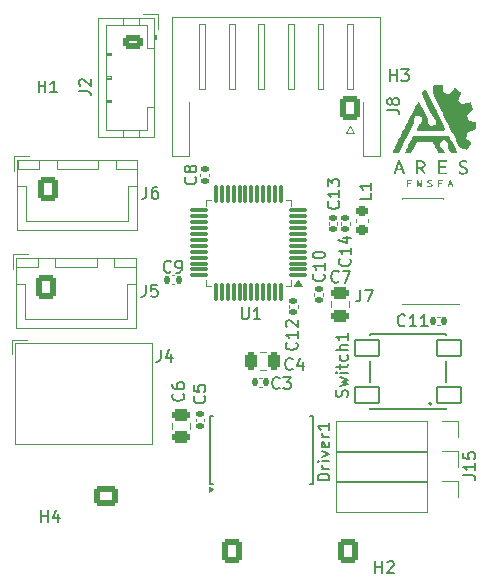
<source format=gto>
G04 #@! TF.GenerationSoftware,KiCad,Pcbnew,8.0.8*
G04 #@! TF.CreationDate,2025-02-05T20:31:25+01:00*
G04 #@! TF.ProjectId,Janus_finalV,4a616e75-735f-4666-996e-616c562e6b69,rev?*
G04 #@! TF.SameCoordinates,Original*
G04 #@! TF.FileFunction,Legend,Top*
G04 #@! TF.FilePolarity,Positive*
%FSLAX46Y46*%
G04 Gerber Fmt 4.6, Leading zero omitted, Abs format (unit mm)*
G04 Created by KiCad (PCBNEW 8.0.8) date 2025-02-05 20:31:25*
%MOMM*%
%LPD*%
G01*
G04 APERTURE LIST*
G04 Aperture macros list*
%AMRoundRect*
0 Rectangle with rounded corners*
0 $1 Rounding radius*
0 $2 $3 $4 $5 $6 $7 $8 $9 X,Y pos of 4 corners*
0 Add a 4 corners polygon primitive as box body*
4,1,4,$2,$3,$4,$5,$6,$7,$8,$9,$2,$3,0*
0 Add four circle primitives for the rounded corners*
1,1,$1+$1,$2,$3*
1,1,$1+$1,$4,$5*
1,1,$1+$1,$6,$7*
1,1,$1+$1,$8,$9*
0 Add four rect primitives between the rounded corners*
20,1,$1+$1,$2,$3,$4,$5,0*
20,1,$1+$1,$4,$5,$6,$7,0*
20,1,$1+$1,$6,$7,$8,$9,0*
20,1,$1+$1,$8,$9,$2,$3,0*%
G04 Aperture macros list end*
%ADD10C,0.150000*%
%ADD11C,0.120000*%
%ADD12C,0.200000*%
%ADD13C,0.000000*%
%ADD14R,1.700000X1.700000*%
%ADD15O,1.700000X1.700000*%
%ADD16C,5.400000*%
%ADD17RoundRect,0.140000X-0.140000X-0.170000X0.140000X-0.170000X0.140000X0.170000X-0.140000X0.170000X0*%
%ADD18R,2.400000X0.740000*%
%ADD19RoundRect,0.250000X-0.625000X0.350000X-0.625000X-0.350000X0.625000X-0.350000X0.625000X0.350000X0*%
%ADD20O,1.750000X1.200000*%
%ADD21RoundRect,0.102000X1.000000X0.700000X-1.000000X0.700000X-1.000000X-0.700000X1.000000X-0.700000X0*%
%ADD22RoundRect,0.218750X0.256250X-0.218750X0.256250X0.218750X-0.256250X0.218750X-0.256250X-0.218750X0*%
%ADD23R,1.700000X2.500000*%
%ADD24O,1.700000X2.500000*%
%ADD25RoundRect,0.140000X-0.170000X0.140000X-0.170000X-0.140000X0.170000X-0.140000X0.170000X0.140000X0*%
%ADD26RoundRect,0.250000X-0.250000X-0.475000X0.250000X-0.475000X0.250000X0.475000X-0.250000X0.475000X0*%
%ADD27R,0.450000X1.750000*%
%ADD28RoundRect,0.250000X-0.600000X-0.725000X0.600000X-0.725000X0.600000X0.725000X-0.600000X0.725000X0*%
%ADD29O,1.700000X1.950000*%
%ADD30RoundRect,0.140000X0.170000X-0.140000X0.170000X0.140000X-0.170000X0.140000X-0.170000X-0.140000X0*%
%ADD31RoundRect,0.250000X-0.475000X0.250000X-0.475000X-0.250000X0.475000X-0.250000X0.475000X0.250000X0*%
%ADD32RoundRect,0.140000X0.140000X0.170000X-0.140000X0.170000X-0.140000X-0.170000X0.140000X-0.170000X0*%
%ADD33RoundRect,0.075000X0.662500X0.075000X-0.662500X0.075000X-0.662500X-0.075000X0.662500X-0.075000X0*%
%ADD34RoundRect,0.075000X0.075000X0.662500X-0.075000X0.662500X-0.075000X-0.662500X0.075000X-0.662500X0*%
%ADD35RoundRect,0.250000X0.600000X0.725000X-0.600000X0.725000X-0.600000X-0.725000X0.600000X-0.725000X0*%
%ADD36RoundRect,0.250000X0.600000X0.750000X-0.600000X0.750000X-0.600000X-0.750000X0.600000X-0.750000X0*%
%ADD37O,1.700000X2.000000*%
%ADD38RoundRect,0.250000X0.750000X-0.600000X0.750000X0.600000X-0.750000X0.600000X-0.750000X-0.600000X0*%
%ADD39O,2.000000X1.700000*%
G04 APERTURE END LIST*
D10*
X142038095Y-86554819D02*
X142038095Y-85554819D01*
X142038095Y-86031009D02*
X142609523Y-86031009D01*
X142609523Y-86554819D02*
X142609523Y-85554819D01*
X143038095Y-85650057D02*
X143085714Y-85602438D01*
X143085714Y-85602438D02*
X143180952Y-85554819D01*
X143180952Y-85554819D02*
X143419047Y-85554819D01*
X143419047Y-85554819D02*
X143514285Y-85602438D01*
X143514285Y-85602438D02*
X143561904Y-85650057D01*
X143561904Y-85650057D02*
X143609523Y-85745295D01*
X143609523Y-85745295D02*
X143609523Y-85840533D01*
X143609523Y-85840533D02*
X143561904Y-85983390D01*
X143561904Y-85983390D02*
X142990476Y-86554819D01*
X142990476Y-86554819D02*
X143609523Y-86554819D01*
X144557142Y-65559580D02*
X144509523Y-65607200D01*
X144509523Y-65607200D02*
X144366666Y-65654819D01*
X144366666Y-65654819D02*
X144271428Y-65654819D01*
X144271428Y-65654819D02*
X144128571Y-65607200D01*
X144128571Y-65607200D02*
X144033333Y-65511961D01*
X144033333Y-65511961D02*
X143985714Y-65416723D01*
X143985714Y-65416723D02*
X143938095Y-65226247D01*
X143938095Y-65226247D02*
X143938095Y-65083390D01*
X143938095Y-65083390D02*
X143985714Y-64892914D01*
X143985714Y-64892914D02*
X144033333Y-64797676D01*
X144033333Y-64797676D02*
X144128571Y-64702438D01*
X144128571Y-64702438D02*
X144271428Y-64654819D01*
X144271428Y-64654819D02*
X144366666Y-64654819D01*
X144366666Y-64654819D02*
X144509523Y-64702438D01*
X144509523Y-64702438D02*
X144557142Y-64750057D01*
X145509523Y-65654819D02*
X144938095Y-65654819D01*
X145223809Y-65654819D02*
X145223809Y-64654819D01*
X145223809Y-64654819D02*
X145128571Y-64797676D01*
X145128571Y-64797676D02*
X145033333Y-64892914D01*
X145033333Y-64892914D02*
X144938095Y-64940533D01*
X146461904Y-65654819D02*
X145890476Y-65654819D01*
X146176190Y-65654819D02*
X146176190Y-64654819D01*
X146176190Y-64654819D02*
X146080952Y-64797676D01*
X146080952Y-64797676D02*
X145985714Y-64892914D01*
X145985714Y-64892914D02*
X145890476Y-64940533D01*
X140766666Y-62554819D02*
X140766666Y-63269104D01*
X140766666Y-63269104D02*
X140719047Y-63411961D01*
X140719047Y-63411961D02*
X140623809Y-63507200D01*
X140623809Y-63507200D02*
X140480952Y-63554819D01*
X140480952Y-63554819D02*
X140385714Y-63554819D01*
X141147619Y-62554819D02*
X141814285Y-62554819D01*
X141814285Y-62554819D02*
X141385714Y-63554819D01*
X116954819Y-45733333D02*
X117669104Y-45733333D01*
X117669104Y-45733333D02*
X117811961Y-45780952D01*
X117811961Y-45780952D02*
X117907200Y-45876190D01*
X117907200Y-45876190D02*
X117954819Y-46019047D01*
X117954819Y-46019047D02*
X117954819Y-46114285D01*
X117050057Y-45304761D02*
X117002438Y-45257142D01*
X117002438Y-45257142D02*
X116954819Y-45161904D01*
X116954819Y-45161904D02*
X116954819Y-44923809D01*
X116954819Y-44923809D02*
X117002438Y-44828571D01*
X117002438Y-44828571D02*
X117050057Y-44780952D01*
X117050057Y-44780952D02*
X117145295Y-44733333D01*
X117145295Y-44733333D02*
X117240533Y-44733333D01*
X117240533Y-44733333D02*
X117383390Y-44780952D01*
X117383390Y-44780952D02*
X117954819Y-45352380D01*
X117954819Y-45352380D02*
X117954819Y-44733333D01*
X149504819Y-78259523D02*
X150219104Y-78259523D01*
X150219104Y-78259523D02*
X150361961Y-78307142D01*
X150361961Y-78307142D02*
X150457200Y-78402380D01*
X150457200Y-78402380D02*
X150504819Y-78545237D01*
X150504819Y-78545237D02*
X150504819Y-78640475D01*
X150504819Y-77259523D02*
X150504819Y-77830951D01*
X150504819Y-77545237D02*
X149504819Y-77545237D01*
X149504819Y-77545237D02*
X149647676Y-77640475D01*
X149647676Y-77640475D02*
X149742914Y-77735713D01*
X149742914Y-77735713D02*
X149790533Y-77830951D01*
X149504819Y-76354761D02*
X149504819Y-76830951D01*
X149504819Y-76830951D02*
X149981009Y-76878570D01*
X149981009Y-76878570D02*
X149933390Y-76830951D01*
X149933390Y-76830951D02*
X149885771Y-76735713D01*
X149885771Y-76735713D02*
X149885771Y-76497618D01*
X149885771Y-76497618D02*
X149933390Y-76402380D01*
X149933390Y-76402380D02*
X149981009Y-76354761D01*
X149981009Y-76354761D02*
X150076247Y-76307142D01*
X150076247Y-76307142D02*
X150314342Y-76307142D01*
X150314342Y-76307142D02*
X150409580Y-76354761D01*
X150409580Y-76354761D02*
X150457200Y-76402380D01*
X150457200Y-76402380D02*
X150504819Y-76497618D01*
X150504819Y-76497618D02*
X150504819Y-76735713D01*
X150504819Y-76735713D02*
X150457200Y-76830951D01*
X150457200Y-76830951D02*
X150409580Y-76878570D01*
X139657200Y-71640475D02*
X139704819Y-71497618D01*
X139704819Y-71497618D02*
X139704819Y-71259523D01*
X139704819Y-71259523D02*
X139657200Y-71164285D01*
X139657200Y-71164285D02*
X139609580Y-71116666D01*
X139609580Y-71116666D02*
X139514342Y-71069047D01*
X139514342Y-71069047D02*
X139419104Y-71069047D01*
X139419104Y-71069047D02*
X139323866Y-71116666D01*
X139323866Y-71116666D02*
X139276247Y-71164285D01*
X139276247Y-71164285D02*
X139228628Y-71259523D01*
X139228628Y-71259523D02*
X139181009Y-71449999D01*
X139181009Y-71449999D02*
X139133390Y-71545237D01*
X139133390Y-71545237D02*
X139085771Y-71592856D01*
X139085771Y-71592856D02*
X138990533Y-71640475D01*
X138990533Y-71640475D02*
X138895295Y-71640475D01*
X138895295Y-71640475D02*
X138800057Y-71592856D01*
X138800057Y-71592856D02*
X138752438Y-71545237D01*
X138752438Y-71545237D02*
X138704819Y-71449999D01*
X138704819Y-71449999D02*
X138704819Y-71211904D01*
X138704819Y-71211904D02*
X138752438Y-71069047D01*
X139038152Y-70735713D02*
X139704819Y-70545237D01*
X139704819Y-70545237D02*
X139228628Y-70354761D01*
X139228628Y-70354761D02*
X139704819Y-70164285D01*
X139704819Y-70164285D02*
X139038152Y-69973809D01*
X139704819Y-69592856D02*
X139038152Y-69592856D01*
X138704819Y-69592856D02*
X138752438Y-69640475D01*
X138752438Y-69640475D02*
X138800057Y-69592856D01*
X138800057Y-69592856D02*
X138752438Y-69545237D01*
X138752438Y-69545237D02*
X138704819Y-69592856D01*
X138704819Y-69592856D02*
X138800057Y-69592856D01*
X139038152Y-69259523D02*
X139038152Y-68878571D01*
X138704819Y-69116666D02*
X139561961Y-69116666D01*
X139561961Y-69116666D02*
X139657200Y-69069047D01*
X139657200Y-69069047D02*
X139704819Y-68973809D01*
X139704819Y-68973809D02*
X139704819Y-68878571D01*
X139657200Y-68116666D02*
X139704819Y-68211904D01*
X139704819Y-68211904D02*
X139704819Y-68402380D01*
X139704819Y-68402380D02*
X139657200Y-68497618D01*
X139657200Y-68497618D02*
X139609580Y-68545237D01*
X139609580Y-68545237D02*
X139514342Y-68592856D01*
X139514342Y-68592856D02*
X139228628Y-68592856D01*
X139228628Y-68592856D02*
X139133390Y-68545237D01*
X139133390Y-68545237D02*
X139085771Y-68497618D01*
X139085771Y-68497618D02*
X139038152Y-68402380D01*
X139038152Y-68402380D02*
X139038152Y-68211904D01*
X139038152Y-68211904D02*
X139085771Y-68116666D01*
X139704819Y-67688094D02*
X138704819Y-67688094D01*
X139704819Y-67259523D02*
X139181009Y-67259523D01*
X139181009Y-67259523D02*
X139085771Y-67307142D01*
X139085771Y-67307142D02*
X139038152Y-67402380D01*
X139038152Y-67402380D02*
X139038152Y-67545237D01*
X139038152Y-67545237D02*
X139085771Y-67640475D01*
X139085771Y-67640475D02*
X139133390Y-67688094D01*
X139704819Y-66259523D02*
X139704819Y-66830951D01*
X139704819Y-66545237D02*
X138704819Y-66545237D01*
X138704819Y-66545237D02*
X138847676Y-66640475D01*
X138847676Y-66640475D02*
X138942914Y-66735713D01*
X138942914Y-66735713D02*
X138990533Y-66830951D01*
X141704819Y-54366666D02*
X141704819Y-54842856D01*
X141704819Y-54842856D02*
X140704819Y-54842856D01*
X141704819Y-53509523D02*
X141704819Y-54080951D01*
X141704819Y-53795237D02*
X140704819Y-53795237D01*
X140704819Y-53795237D02*
X140847676Y-53890475D01*
X140847676Y-53890475D02*
X140942914Y-53985713D01*
X140942914Y-53985713D02*
X140990533Y-54080951D01*
X123866666Y-67654819D02*
X123866666Y-68369104D01*
X123866666Y-68369104D02*
X123819047Y-68511961D01*
X123819047Y-68511961D02*
X123723809Y-68607200D01*
X123723809Y-68607200D02*
X123580952Y-68654819D01*
X123580952Y-68654819D02*
X123485714Y-68654819D01*
X124771428Y-67988152D02*
X124771428Y-68654819D01*
X124533333Y-67607200D02*
X124295238Y-68321485D01*
X124295238Y-68321485D02*
X124914285Y-68321485D01*
X137659580Y-61242857D02*
X137707200Y-61290476D01*
X137707200Y-61290476D02*
X137754819Y-61433333D01*
X137754819Y-61433333D02*
X137754819Y-61528571D01*
X137754819Y-61528571D02*
X137707200Y-61671428D01*
X137707200Y-61671428D02*
X137611961Y-61766666D01*
X137611961Y-61766666D02*
X137516723Y-61814285D01*
X137516723Y-61814285D02*
X137326247Y-61861904D01*
X137326247Y-61861904D02*
X137183390Y-61861904D01*
X137183390Y-61861904D02*
X136992914Y-61814285D01*
X136992914Y-61814285D02*
X136897676Y-61766666D01*
X136897676Y-61766666D02*
X136802438Y-61671428D01*
X136802438Y-61671428D02*
X136754819Y-61528571D01*
X136754819Y-61528571D02*
X136754819Y-61433333D01*
X136754819Y-61433333D02*
X136802438Y-61290476D01*
X136802438Y-61290476D02*
X136850057Y-61242857D01*
X137754819Y-60290476D02*
X137754819Y-60861904D01*
X137754819Y-60576190D02*
X136754819Y-60576190D01*
X136754819Y-60576190D02*
X136897676Y-60671428D01*
X136897676Y-60671428D02*
X136992914Y-60766666D01*
X136992914Y-60766666D02*
X137040533Y-60861904D01*
X136754819Y-59671428D02*
X136754819Y-59576190D01*
X136754819Y-59576190D02*
X136802438Y-59480952D01*
X136802438Y-59480952D02*
X136850057Y-59433333D01*
X136850057Y-59433333D02*
X136945295Y-59385714D01*
X136945295Y-59385714D02*
X137135771Y-59338095D01*
X137135771Y-59338095D02*
X137373866Y-59338095D01*
X137373866Y-59338095D02*
X137564342Y-59385714D01*
X137564342Y-59385714D02*
X137659580Y-59433333D01*
X137659580Y-59433333D02*
X137707200Y-59480952D01*
X137707200Y-59480952D02*
X137754819Y-59576190D01*
X137754819Y-59576190D02*
X137754819Y-59671428D01*
X137754819Y-59671428D02*
X137707200Y-59766666D01*
X137707200Y-59766666D02*
X137659580Y-59814285D01*
X137659580Y-59814285D02*
X137564342Y-59861904D01*
X137564342Y-59861904D02*
X137373866Y-59909523D01*
X137373866Y-59909523D02*
X137135771Y-59909523D01*
X137135771Y-59909523D02*
X136945295Y-59861904D01*
X136945295Y-59861904D02*
X136850057Y-59814285D01*
X136850057Y-59814285D02*
X136802438Y-59766666D01*
X136802438Y-59766666D02*
X136754819Y-59671428D01*
X113538095Y-45854819D02*
X113538095Y-44854819D01*
X113538095Y-45331009D02*
X114109523Y-45331009D01*
X114109523Y-45854819D02*
X114109523Y-44854819D01*
X115109523Y-45854819D02*
X114538095Y-45854819D01*
X114823809Y-45854819D02*
X114823809Y-44854819D01*
X114823809Y-44854819D02*
X114728571Y-44997676D01*
X114728571Y-44997676D02*
X114633333Y-45092914D01*
X114633333Y-45092914D02*
X114538095Y-45140533D01*
X135359580Y-67042857D02*
X135407200Y-67090476D01*
X135407200Y-67090476D02*
X135454819Y-67233333D01*
X135454819Y-67233333D02*
X135454819Y-67328571D01*
X135454819Y-67328571D02*
X135407200Y-67471428D01*
X135407200Y-67471428D02*
X135311961Y-67566666D01*
X135311961Y-67566666D02*
X135216723Y-67614285D01*
X135216723Y-67614285D02*
X135026247Y-67661904D01*
X135026247Y-67661904D02*
X134883390Y-67661904D01*
X134883390Y-67661904D02*
X134692914Y-67614285D01*
X134692914Y-67614285D02*
X134597676Y-67566666D01*
X134597676Y-67566666D02*
X134502438Y-67471428D01*
X134502438Y-67471428D02*
X134454819Y-67328571D01*
X134454819Y-67328571D02*
X134454819Y-67233333D01*
X134454819Y-67233333D02*
X134502438Y-67090476D01*
X134502438Y-67090476D02*
X134550057Y-67042857D01*
X135454819Y-66090476D02*
X135454819Y-66661904D01*
X135454819Y-66376190D02*
X134454819Y-66376190D01*
X134454819Y-66376190D02*
X134597676Y-66471428D01*
X134597676Y-66471428D02*
X134692914Y-66566666D01*
X134692914Y-66566666D02*
X134740533Y-66661904D01*
X134550057Y-65709523D02*
X134502438Y-65661904D01*
X134502438Y-65661904D02*
X134454819Y-65566666D01*
X134454819Y-65566666D02*
X134454819Y-65328571D01*
X134454819Y-65328571D02*
X134502438Y-65233333D01*
X134502438Y-65233333D02*
X134550057Y-65185714D01*
X134550057Y-65185714D02*
X134645295Y-65138095D01*
X134645295Y-65138095D02*
X134740533Y-65138095D01*
X134740533Y-65138095D02*
X134883390Y-65185714D01*
X134883390Y-65185714D02*
X135454819Y-65757142D01*
X135454819Y-65757142D02*
X135454819Y-65138095D01*
X135033333Y-69259580D02*
X134985714Y-69307200D01*
X134985714Y-69307200D02*
X134842857Y-69354819D01*
X134842857Y-69354819D02*
X134747619Y-69354819D01*
X134747619Y-69354819D02*
X134604762Y-69307200D01*
X134604762Y-69307200D02*
X134509524Y-69211961D01*
X134509524Y-69211961D02*
X134461905Y-69116723D01*
X134461905Y-69116723D02*
X134414286Y-68926247D01*
X134414286Y-68926247D02*
X134414286Y-68783390D01*
X134414286Y-68783390D02*
X134461905Y-68592914D01*
X134461905Y-68592914D02*
X134509524Y-68497676D01*
X134509524Y-68497676D02*
X134604762Y-68402438D01*
X134604762Y-68402438D02*
X134747619Y-68354819D01*
X134747619Y-68354819D02*
X134842857Y-68354819D01*
X134842857Y-68354819D02*
X134985714Y-68402438D01*
X134985714Y-68402438D02*
X135033333Y-68450057D01*
X135890476Y-68688152D02*
X135890476Y-69354819D01*
X135652381Y-68307200D02*
X135414286Y-69021485D01*
X135414286Y-69021485D02*
X136033333Y-69021485D01*
X138154819Y-78704761D02*
X137154819Y-78704761D01*
X137154819Y-78704761D02*
X137154819Y-78466666D01*
X137154819Y-78466666D02*
X137202438Y-78323809D01*
X137202438Y-78323809D02*
X137297676Y-78228571D01*
X137297676Y-78228571D02*
X137392914Y-78180952D01*
X137392914Y-78180952D02*
X137583390Y-78133333D01*
X137583390Y-78133333D02*
X137726247Y-78133333D01*
X137726247Y-78133333D02*
X137916723Y-78180952D01*
X137916723Y-78180952D02*
X138011961Y-78228571D01*
X138011961Y-78228571D02*
X138107200Y-78323809D01*
X138107200Y-78323809D02*
X138154819Y-78466666D01*
X138154819Y-78466666D02*
X138154819Y-78704761D01*
X138154819Y-77704761D02*
X137488152Y-77704761D01*
X137678628Y-77704761D02*
X137583390Y-77657142D01*
X137583390Y-77657142D02*
X137535771Y-77609523D01*
X137535771Y-77609523D02*
X137488152Y-77514285D01*
X137488152Y-77514285D02*
X137488152Y-77419047D01*
X138154819Y-77085713D02*
X137488152Y-77085713D01*
X137154819Y-77085713D02*
X137202438Y-77133332D01*
X137202438Y-77133332D02*
X137250057Y-77085713D01*
X137250057Y-77085713D02*
X137202438Y-77038094D01*
X137202438Y-77038094D02*
X137154819Y-77085713D01*
X137154819Y-77085713D02*
X137250057Y-77085713D01*
X137488152Y-76704761D02*
X138154819Y-76466666D01*
X138154819Y-76466666D02*
X137488152Y-76228571D01*
X138107200Y-75466666D02*
X138154819Y-75561904D01*
X138154819Y-75561904D02*
X138154819Y-75752380D01*
X138154819Y-75752380D02*
X138107200Y-75847618D01*
X138107200Y-75847618D02*
X138011961Y-75895237D01*
X138011961Y-75895237D02*
X137631009Y-75895237D01*
X137631009Y-75895237D02*
X137535771Y-75847618D01*
X137535771Y-75847618D02*
X137488152Y-75752380D01*
X137488152Y-75752380D02*
X137488152Y-75561904D01*
X137488152Y-75561904D02*
X137535771Y-75466666D01*
X137535771Y-75466666D02*
X137631009Y-75419047D01*
X137631009Y-75419047D02*
X137726247Y-75419047D01*
X137726247Y-75419047D02*
X137821485Y-75895237D01*
X138154819Y-74990475D02*
X137488152Y-74990475D01*
X137678628Y-74990475D02*
X137583390Y-74942856D01*
X137583390Y-74942856D02*
X137535771Y-74895237D01*
X137535771Y-74895237D02*
X137488152Y-74799999D01*
X137488152Y-74799999D02*
X137488152Y-74704761D01*
X138154819Y-73847618D02*
X138154819Y-74419046D01*
X138154819Y-74133332D02*
X137154819Y-74133332D01*
X137154819Y-74133332D02*
X137297676Y-74228570D01*
X137297676Y-74228570D02*
X137392914Y-74323808D01*
X137392914Y-74323808D02*
X137440533Y-74419046D01*
X122616666Y-62154819D02*
X122616666Y-62869104D01*
X122616666Y-62869104D02*
X122569047Y-63011961D01*
X122569047Y-63011961D02*
X122473809Y-63107200D01*
X122473809Y-63107200D02*
X122330952Y-63154819D01*
X122330952Y-63154819D02*
X122235714Y-63154819D01*
X123569047Y-62154819D02*
X123092857Y-62154819D01*
X123092857Y-62154819D02*
X123045238Y-62631009D01*
X123045238Y-62631009D02*
X123092857Y-62583390D01*
X123092857Y-62583390D02*
X123188095Y-62535771D01*
X123188095Y-62535771D02*
X123426190Y-62535771D01*
X123426190Y-62535771D02*
X123521428Y-62583390D01*
X123521428Y-62583390D02*
X123569047Y-62631009D01*
X123569047Y-62631009D02*
X123616666Y-62726247D01*
X123616666Y-62726247D02*
X123616666Y-62964342D01*
X123616666Y-62964342D02*
X123569047Y-63059580D01*
X123569047Y-63059580D02*
X123521428Y-63107200D01*
X123521428Y-63107200D02*
X123426190Y-63154819D01*
X123426190Y-63154819D02*
X123188095Y-63154819D01*
X123188095Y-63154819D02*
X123092857Y-63107200D01*
X123092857Y-63107200D02*
X123045238Y-63059580D01*
X139859580Y-59952857D02*
X139907200Y-60000476D01*
X139907200Y-60000476D02*
X139954819Y-60143333D01*
X139954819Y-60143333D02*
X139954819Y-60238571D01*
X139954819Y-60238571D02*
X139907200Y-60381428D01*
X139907200Y-60381428D02*
X139811961Y-60476666D01*
X139811961Y-60476666D02*
X139716723Y-60524285D01*
X139716723Y-60524285D02*
X139526247Y-60571904D01*
X139526247Y-60571904D02*
X139383390Y-60571904D01*
X139383390Y-60571904D02*
X139192914Y-60524285D01*
X139192914Y-60524285D02*
X139097676Y-60476666D01*
X139097676Y-60476666D02*
X139002438Y-60381428D01*
X139002438Y-60381428D02*
X138954819Y-60238571D01*
X138954819Y-60238571D02*
X138954819Y-60143333D01*
X138954819Y-60143333D02*
X139002438Y-60000476D01*
X139002438Y-60000476D02*
X139050057Y-59952857D01*
X139954819Y-59000476D02*
X139954819Y-59571904D01*
X139954819Y-59286190D02*
X138954819Y-59286190D01*
X138954819Y-59286190D02*
X139097676Y-59381428D01*
X139097676Y-59381428D02*
X139192914Y-59476666D01*
X139192914Y-59476666D02*
X139240533Y-59571904D01*
X139288152Y-58143333D02*
X139954819Y-58143333D01*
X138907200Y-58381428D02*
X139621485Y-58619523D01*
X139621485Y-58619523D02*
X139621485Y-58000476D01*
X122666666Y-53854819D02*
X122666666Y-54569104D01*
X122666666Y-54569104D02*
X122619047Y-54711961D01*
X122619047Y-54711961D02*
X122523809Y-54807200D01*
X122523809Y-54807200D02*
X122380952Y-54854819D01*
X122380952Y-54854819D02*
X122285714Y-54854819D01*
X123571428Y-53854819D02*
X123380952Y-53854819D01*
X123380952Y-53854819D02*
X123285714Y-53902438D01*
X123285714Y-53902438D02*
X123238095Y-53950057D01*
X123238095Y-53950057D02*
X123142857Y-54092914D01*
X123142857Y-54092914D02*
X123095238Y-54283390D01*
X123095238Y-54283390D02*
X123095238Y-54664342D01*
X123095238Y-54664342D02*
X123142857Y-54759580D01*
X123142857Y-54759580D02*
X123190476Y-54807200D01*
X123190476Y-54807200D02*
X123285714Y-54854819D01*
X123285714Y-54854819D02*
X123476190Y-54854819D01*
X123476190Y-54854819D02*
X123571428Y-54807200D01*
X123571428Y-54807200D02*
X123619047Y-54759580D01*
X123619047Y-54759580D02*
X123666666Y-54664342D01*
X123666666Y-54664342D02*
X123666666Y-54426247D01*
X123666666Y-54426247D02*
X123619047Y-54331009D01*
X123619047Y-54331009D02*
X123571428Y-54283390D01*
X123571428Y-54283390D02*
X123476190Y-54235771D01*
X123476190Y-54235771D02*
X123285714Y-54235771D01*
X123285714Y-54235771D02*
X123190476Y-54283390D01*
X123190476Y-54283390D02*
X123142857Y-54331009D01*
X123142857Y-54331009D02*
X123095238Y-54426247D01*
X127559580Y-71566666D02*
X127607200Y-71614285D01*
X127607200Y-71614285D02*
X127654819Y-71757142D01*
X127654819Y-71757142D02*
X127654819Y-71852380D01*
X127654819Y-71852380D02*
X127607200Y-71995237D01*
X127607200Y-71995237D02*
X127511961Y-72090475D01*
X127511961Y-72090475D02*
X127416723Y-72138094D01*
X127416723Y-72138094D02*
X127226247Y-72185713D01*
X127226247Y-72185713D02*
X127083390Y-72185713D01*
X127083390Y-72185713D02*
X126892914Y-72138094D01*
X126892914Y-72138094D02*
X126797676Y-72090475D01*
X126797676Y-72090475D02*
X126702438Y-71995237D01*
X126702438Y-71995237D02*
X126654819Y-71852380D01*
X126654819Y-71852380D02*
X126654819Y-71757142D01*
X126654819Y-71757142D02*
X126702438Y-71614285D01*
X126702438Y-71614285D02*
X126750057Y-71566666D01*
X126654819Y-70661904D02*
X126654819Y-71138094D01*
X126654819Y-71138094D02*
X127131009Y-71185713D01*
X127131009Y-71185713D02*
X127083390Y-71138094D01*
X127083390Y-71138094D02*
X127035771Y-71042856D01*
X127035771Y-71042856D02*
X127035771Y-70804761D01*
X127035771Y-70804761D02*
X127083390Y-70709523D01*
X127083390Y-70709523D02*
X127131009Y-70661904D01*
X127131009Y-70661904D02*
X127226247Y-70614285D01*
X127226247Y-70614285D02*
X127464342Y-70614285D01*
X127464342Y-70614285D02*
X127559580Y-70661904D01*
X127559580Y-70661904D02*
X127607200Y-70709523D01*
X127607200Y-70709523D02*
X127654819Y-70804761D01*
X127654819Y-70804761D02*
X127654819Y-71042856D01*
X127654819Y-71042856D02*
X127607200Y-71138094D01*
X127607200Y-71138094D02*
X127559580Y-71185713D01*
X133933333Y-70859580D02*
X133885714Y-70907200D01*
X133885714Y-70907200D02*
X133742857Y-70954819D01*
X133742857Y-70954819D02*
X133647619Y-70954819D01*
X133647619Y-70954819D02*
X133504762Y-70907200D01*
X133504762Y-70907200D02*
X133409524Y-70811961D01*
X133409524Y-70811961D02*
X133361905Y-70716723D01*
X133361905Y-70716723D02*
X133314286Y-70526247D01*
X133314286Y-70526247D02*
X133314286Y-70383390D01*
X133314286Y-70383390D02*
X133361905Y-70192914D01*
X133361905Y-70192914D02*
X133409524Y-70097676D01*
X133409524Y-70097676D02*
X133504762Y-70002438D01*
X133504762Y-70002438D02*
X133647619Y-69954819D01*
X133647619Y-69954819D02*
X133742857Y-69954819D01*
X133742857Y-69954819D02*
X133885714Y-70002438D01*
X133885714Y-70002438D02*
X133933333Y-70050057D01*
X134266667Y-69954819D02*
X134885714Y-69954819D01*
X134885714Y-69954819D02*
X134552381Y-70335771D01*
X134552381Y-70335771D02*
X134695238Y-70335771D01*
X134695238Y-70335771D02*
X134790476Y-70383390D01*
X134790476Y-70383390D02*
X134838095Y-70431009D01*
X134838095Y-70431009D02*
X134885714Y-70526247D01*
X134885714Y-70526247D02*
X134885714Y-70764342D01*
X134885714Y-70764342D02*
X134838095Y-70859580D01*
X134838095Y-70859580D02*
X134790476Y-70907200D01*
X134790476Y-70907200D02*
X134695238Y-70954819D01*
X134695238Y-70954819D02*
X134409524Y-70954819D01*
X134409524Y-70954819D02*
X134314286Y-70907200D01*
X134314286Y-70907200D02*
X134266667Y-70859580D01*
X143288095Y-44904819D02*
X143288095Y-43904819D01*
X143288095Y-44381009D02*
X143859523Y-44381009D01*
X143859523Y-44904819D02*
X143859523Y-43904819D01*
X144240476Y-43904819D02*
X144859523Y-43904819D01*
X144859523Y-43904819D02*
X144526190Y-44285771D01*
X144526190Y-44285771D02*
X144669047Y-44285771D01*
X144669047Y-44285771D02*
X144764285Y-44333390D01*
X144764285Y-44333390D02*
X144811904Y-44381009D01*
X144811904Y-44381009D02*
X144859523Y-44476247D01*
X144859523Y-44476247D02*
X144859523Y-44714342D01*
X144859523Y-44714342D02*
X144811904Y-44809580D01*
X144811904Y-44809580D02*
X144764285Y-44857200D01*
X144764285Y-44857200D02*
X144669047Y-44904819D01*
X144669047Y-44904819D02*
X144383333Y-44904819D01*
X144383333Y-44904819D02*
X144288095Y-44857200D01*
X144288095Y-44857200D02*
X144240476Y-44809580D01*
X126799580Y-53016666D02*
X126847200Y-53064285D01*
X126847200Y-53064285D02*
X126894819Y-53207142D01*
X126894819Y-53207142D02*
X126894819Y-53302380D01*
X126894819Y-53302380D02*
X126847200Y-53445237D01*
X126847200Y-53445237D02*
X126751961Y-53540475D01*
X126751961Y-53540475D02*
X126656723Y-53588094D01*
X126656723Y-53588094D02*
X126466247Y-53635713D01*
X126466247Y-53635713D02*
X126323390Y-53635713D01*
X126323390Y-53635713D02*
X126132914Y-53588094D01*
X126132914Y-53588094D02*
X126037676Y-53540475D01*
X126037676Y-53540475D02*
X125942438Y-53445237D01*
X125942438Y-53445237D02*
X125894819Y-53302380D01*
X125894819Y-53302380D02*
X125894819Y-53207142D01*
X125894819Y-53207142D02*
X125942438Y-53064285D01*
X125942438Y-53064285D02*
X125990057Y-53016666D01*
X126323390Y-52445237D02*
X126275771Y-52540475D01*
X126275771Y-52540475D02*
X126228152Y-52588094D01*
X126228152Y-52588094D02*
X126132914Y-52635713D01*
X126132914Y-52635713D02*
X126085295Y-52635713D01*
X126085295Y-52635713D02*
X125990057Y-52588094D01*
X125990057Y-52588094D02*
X125942438Y-52540475D01*
X125942438Y-52540475D02*
X125894819Y-52445237D01*
X125894819Y-52445237D02*
X125894819Y-52254761D01*
X125894819Y-52254761D02*
X125942438Y-52159523D01*
X125942438Y-52159523D02*
X125990057Y-52111904D01*
X125990057Y-52111904D02*
X126085295Y-52064285D01*
X126085295Y-52064285D02*
X126132914Y-52064285D01*
X126132914Y-52064285D02*
X126228152Y-52111904D01*
X126228152Y-52111904D02*
X126275771Y-52159523D01*
X126275771Y-52159523D02*
X126323390Y-52254761D01*
X126323390Y-52254761D02*
X126323390Y-52445237D01*
X126323390Y-52445237D02*
X126371009Y-52540475D01*
X126371009Y-52540475D02*
X126418628Y-52588094D01*
X126418628Y-52588094D02*
X126513866Y-52635713D01*
X126513866Y-52635713D02*
X126704342Y-52635713D01*
X126704342Y-52635713D02*
X126799580Y-52588094D01*
X126799580Y-52588094D02*
X126847200Y-52540475D01*
X126847200Y-52540475D02*
X126894819Y-52445237D01*
X126894819Y-52445237D02*
X126894819Y-52254761D01*
X126894819Y-52254761D02*
X126847200Y-52159523D01*
X126847200Y-52159523D02*
X126799580Y-52111904D01*
X126799580Y-52111904D02*
X126704342Y-52064285D01*
X126704342Y-52064285D02*
X126513866Y-52064285D01*
X126513866Y-52064285D02*
X126418628Y-52111904D01*
X126418628Y-52111904D02*
X126371009Y-52159523D01*
X126371009Y-52159523D02*
X126323390Y-52254761D01*
X125759580Y-71366666D02*
X125807200Y-71414285D01*
X125807200Y-71414285D02*
X125854819Y-71557142D01*
X125854819Y-71557142D02*
X125854819Y-71652380D01*
X125854819Y-71652380D02*
X125807200Y-71795237D01*
X125807200Y-71795237D02*
X125711961Y-71890475D01*
X125711961Y-71890475D02*
X125616723Y-71938094D01*
X125616723Y-71938094D02*
X125426247Y-71985713D01*
X125426247Y-71985713D02*
X125283390Y-71985713D01*
X125283390Y-71985713D02*
X125092914Y-71938094D01*
X125092914Y-71938094D02*
X124997676Y-71890475D01*
X124997676Y-71890475D02*
X124902438Y-71795237D01*
X124902438Y-71795237D02*
X124854819Y-71652380D01*
X124854819Y-71652380D02*
X124854819Y-71557142D01*
X124854819Y-71557142D02*
X124902438Y-71414285D01*
X124902438Y-71414285D02*
X124950057Y-71366666D01*
X124854819Y-70509523D02*
X124854819Y-70699999D01*
X124854819Y-70699999D02*
X124902438Y-70795237D01*
X124902438Y-70795237D02*
X124950057Y-70842856D01*
X124950057Y-70842856D02*
X125092914Y-70938094D01*
X125092914Y-70938094D02*
X125283390Y-70985713D01*
X125283390Y-70985713D02*
X125664342Y-70985713D01*
X125664342Y-70985713D02*
X125759580Y-70938094D01*
X125759580Y-70938094D02*
X125807200Y-70890475D01*
X125807200Y-70890475D02*
X125854819Y-70795237D01*
X125854819Y-70795237D02*
X125854819Y-70604761D01*
X125854819Y-70604761D02*
X125807200Y-70509523D01*
X125807200Y-70509523D02*
X125759580Y-70461904D01*
X125759580Y-70461904D02*
X125664342Y-70414285D01*
X125664342Y-70414285D02*
X125426247Y-70414285D01*
X125426247Y-70414285D02*
X125331009Y-70461904D01*
X125331009Y-70461904D02*
X125283390Y-70509523D01*
X125283390Y-70509523D02*
X125235771Y-70604761D01*
X125235771Y-70604761D02*
X125235771Y-70795237D01*
X125235771Y-70795237D02*
X125283390Y-70890475D01*
X125283390Y-70890475D02*
X125331009Y-70938094D01*
X125331009Y-70938094D02*
X125426247Y-70985713D01*
X124733333Y-61009580D02*
X124685714Y-61057200D01*
X124685714Y-61057200D02*
X124542857Y-61104819D01*
X124542857Y-61104819D02*
X124447619Y-61104819D01*
X124447619Y-61104819D02*
X124304762Y-61057200D01*
X124304762Y-61057200D02*
X124209524Y-60961961D01*
X124209524Y-60961961D02*
X124161905Y-60866723D01*
X124161905Y-60866723D02*
X124114286Y-60676247D01*
X124114286Y-60676247D02*
X124114286Y-60533390D01*
X124114286Y-60533390D02*
X124161905Y-60342914D01*
X124161905Y-60342914D02*
X124209524Y-60247676D01*
X124209524Y-60247676D02*
X124304762Y-60152438D01*
X124304762Y-60152438D02*
X124447619Y-60104819D01*
X124447619Y-60104819D02*
X124542857Y-60104819D01*
X124542857Y-60104819D02*
X124685714Y-60152438D01*
X124685714Y-60152438D02*
X124733333Y-60200057D01*
X125209524Y-61104819D02*
X125400000Y-61104819D01*
X125400000Y-61104819D02*
X125495238Y-61057200D01*
X125495238Y-61057200D02*
X125542857Y-61009580D01*
X125542857Y-61009580D02*
X125638095Y-60866723D01*
X125638095Y-60866723D02*
X125685714Y-60676247D01*
X125685714Y-60676247D02*
X125685714Y-60295295D01*
X125685714Y-60295295D02*
X125638095Y-60200057D01*
X125638095Y-60200057D02*
X125590476Y-60152438D01*
X125590476Y-60152438D02*
X125495238Y-60104819D01*
X125495238Y-60104819D02*
X125304762Y-60104819D01*
X125304762Y-60104819D02*
X125209524Y-60152438D01*
X125209524Y-60152438D02*
X125161905Y-60200057D01*
X125161905Y-60200057D02*
X125114286Y-60295295D01*
X125114286Y-60295295D02*
X125114286Y-60533390D01*
X125114286Y-60533390D02*
X125161905Y-60628628D01*
X125161905Y-60628628D02*
X125209524Y-60676247D01*
X125209524Y-60676247D02*
X125304762Y-60723866D01*
X125304762Y-60723866D02*
X125495238Y-60723866D01*
X125495238Y-60723866D02*
X125590476Y-60676247D01*
X125590476Y-60676247D02*
X125638095Y-60628628D01*
X125638095Y-60628628D02*
X125685714Y-60533390D01*
X130738095Y-64054819D02*
X130738095Y-64864342D01*
X130738095Y-64864342D02*
X130785714Y-64959580D01*
X130785714Y-64959580D02*
X130833333Y-65007200D01*
X130833333Y-65007200D02*
X130928571Y-65054819D01*
X130928571Y-65054819D02*
X131119047Y-65054819D01*
X131119047Y-65054819D02*
X131214285Y-65007200D01*
X131214285Y-65007200D02*
X131261904Y-64959580D01*
X131261904Y-64959580D02*
X131309523Y-64864342D01*
X131309523Y-64864342D02*
X131309523Y-64054819D01*
X132309523Y-65054819D02*
X131738095Y-65054819D01*
X132023809Y-65054819D02*
X132023809Y-64054819D01*
X132023809Y-64054819D02*
X131928571Y-64197676D01*
X131928571Y-64197676D02*
X131833333Y-64292914D01*
X131833333Y-64292914D02*
X131738095Y-64340533D01*
X113738095Y-82254819D02*
X113738095Y-81254819D01*
X113738095Y-81731009D02*
X114309523Y-81731009D01*
X114309523Y-82254819D02*
X114309523Y-81254819D01*
X115214285Y-81588152D02*
X115214285Y-82254819D01*
X114976190Y-81207200D02*
X114738095Y-81921485D01*
X114738095Y-81921485D02*
X115357142Y-81921485D01*
X143054819Y-47333333D02*
X143769104Y-47333333D01*
X143769104Y-47333333D02*
X143911961Y-47380952D01*
X143911961Y-47380952D02*
X144007200Y-47476190D01*
X144007200Y-47476190D02*
X144054819Y-47619047D01*
X144054819Y-47619047D02*
X144054819Y-47714285D01*
X143483390Y-46714285D02*
X143435771Y-46809523D01*
X143435771Y-46809523D02*
X143388152Y-46857142D01*
X143388152Y-46857142D02*
X143292914Y-46904761D01*
X143292914Y-46904761D02*
X143245295Y-46904761D01*
X143245295Y-46904761D02*
X143150057Y-46857142D01*
X143150057Y-46857142D02*
X143102438Y-46809523D01*
X143102438Y-46809523D02*
X143054819Y-46714285D01*
X143054819Y-46714285D02*
X143054819Y-46523809D01*
X143054819Y-46523809D02*
X143102438Y-46428571D01*
X143102438Y-46428571D02*
X143150057Y-46380952D01*
X143150057Y-46380952D02*
X143245295Y-46333333D01*
X143245295Y-46333333D02*
X143292914Y-46333333D01*
X143292914Y-46333333D02*
X143388152Y-46380952D01*
X143388152Y-46380952D02*
X143435771Y-46428571D01*
X143435771Y-46428571D02*
X143483390Y-46523809D01*
X143483390Y-46523809D02*
X143483390Y-46714285D01*
X143483390Y-46714285D02*
X143531009Y-46809523D01*
X143531009Y-46809523D02*
X143578628Y-46857142D01*
X143578628Y-46857142D02*
X143673866Y-46904761D01*
X143673866Y-46904761D02*
X143864342Y-46904761D01*
X143864342Y-46904761D02*
X143959580Y-46857142D01*
X143959580Y-46857142D02*
X144007200Y-46809523D01*
X144007200Y-46809523D02*
X144054819Y-46714285D01*
X144054819Y-46714285D02*
X144054819Y-46523809D01*
X144054819Y-46523809D02*
X144007200Y-46428571D01*
X144007200Y-46428571D02*
X143959580Y-46380952D01*
X143959580Y-46380952D02*
X143864342Y-46333333D01*
X143864342Y-46333333D02*
X143673866Y-46333333D01*
X143673866Y-46333333D02*
X143578628Y-46380952D01*
X143578628Y-46380952D02*
X143531009Y-46428571D01*
X143531009Y-46428571D02*
X143483390Y-46523809D01*
X138909580Y-55092857D02*
X138957200Y-55140476D01*
X138957200Y-55140476D02*
X139004819Y-55283333D01*
X139004819Y-55283333D02*
X139004819Y-55378571D01*
X139004819Y-55378571D02*
X138957200Y-55521428D01*
X138957200Y-55521428D02*
X138861961Y-55616666D01*
X138861961Y-55616666D02*
X138766723Y-55664285D01*
X138766723Y-55664285D02*
X138576247Y-55711904D01*
X138576247Y-55711904D02*
X138433390Y-55711904D01*
X138433390Y-55711904D02*
X138242914Y-55664285D01*
X138242914Y-55664285D02*
X138147676Y-55616666D01*
X138147676Y-55616666D02*
X138052438Y-55521428D01*
X138052438Y-55521428D02*
X138004819Y-55378571D01*
X138004819Y-55378571D02*
X138004819Y-55283333D01*
X138004819Y-55283333D02*
X138052438Y-55140476D01*
X138052438Y-55140476D02*
X138100057Y-55092857D01*
X139004819Y-54140476D02*
X139004819Y-54711904D01*
X139004819Y-54426190D02*
X138004819Y-54426190D01*
X138004819Y-54426190D02*
X138147676Y-54521428D01*
X138147676Y-54521428D02*
X138242914Y-54616666D01*
X138242914Y-54616666D02*
X138290533Y-54711904D01*
X138004819Y-53807142D02*
X138004819Y-53188095D01*
X138004819Y-53188095D02*
X138385771Y-53521428D01*
X138385771Y-53521428D02*
X138385771Y-53378571D01*
X138385771Y-53378571D02*
X138433390Y-53283333D01*
X138433390Y-53283333D02*
X138481009Y-53235714D01*
X138481009Y-53235714D02*
X138576247Y-53188095D01*
X138576247Y-53188095D02*
X138814342Y-53188095D01*
X138814342Y-53188095D02*
X138909580Y-53235714D01*
X138909580Y-53235714D02*
X138957200Y-53283333D01*
X138957200Y-53283333D02*
X139004819Y-53378571D01*
X139004819Y-53378571D02*
X139004819Y-53664285D01*
X139004819Y-53664285D02*
X138957200Y-53759523D01*
X138957200Y-53759523D02*
X138909580Y-53807142D01*
X138933333Y-61859580D02*
X138885714Y-61907200D01*
X138885714Y-61907200D02*
X138742857Y-61954819D01*
X138742857Y-61954819D02*
X138647619Y-61954819D01*
X138647619Y-61954819D02*
X138504762Y-61907200D01*
X138504762Y-61907200D02*
X138409524Y-61811961D01*
X138409524Y-61811961D02*
X138361905Y-61716723D01*
X138361905Y-61716723D02*
X138314286Y-61526247D01*
X138314286Y-61526247D02*
X138314286Y-61383390D01*
X138314286Y-61383390D02*
X138361905Y-61192914D01*
X138361905Y-61192914D02*
X138409524Y-61097676D01*
X138409524Y-61097676D02*
X138504762Y-61002438D01*
X138504762Y-61002438D02*
X138647619Y-60954819D01*
X138647619Y-60954819D02*
X138742857Y-60954819D01*
X138742857Y-60954819D02*
X138885714Y-61002438D01*
X138885714Y-61002438D02*
X138933333Y-61050057D01*
X139266667Y-60954819D02*
X139933333Y-60954819D01*
X139933333Y-60954819D02*
X139504762Y-61954819D01*
D11*
X138750000Y-78750000D02*
X138750000Y-81410000D01*
X146430000Y-78750000D02*
X138750000Y-78750000D01*
X146430000Y-78750000D02*
X146430000Y-81410000D01*
X146430000Y-81410000D02*
X138750000Y-81410000D01*
X147700000Y-78750000D02*
X149030000Y-78750000D01*
X149030000Y-78750000D02*
X149030000Y-80080000D01*
X147292164Y-64840000D02*
X147507836Y-64840000D01*
X147292164Y-65560000D02*
X147507836Y-65560000D01*
X144285000Y-54860000D02*
X144285000Y-54795000D01*
X144285000Y-63805000D02*
X144285000Y-63740000D01*
X147815000Y-54795000D02*
X144285000Y-54795000D01*
X147815000Y-54860000D02*
X147815000Y-54795000D01*
X147815000Y-63805000D02*
X144285000Y-63805000D01*
X147815000Y-63805000D02*
X147815000Y-63740000D01*
X149140000Y-63740000D02*
X147815000Y-63740000D01*
X118590000Y-39540000D02*
X118590000Y-49660000D01*
X118590000Y-49660000D02*
X123310000Y-49660000D01*
X119200000Y-40150000D02*
X119200000Y-49050000D01*
X119200000Y-42500000D02*
X119700000Y-42500000D01*
X119200000Y-42600000D02*
X119700000Y-42600000D01*
X119200000Y-44500000D02*
X119700000Y-44500000D01*
X119200000Y-44600000D02*
X119700000Y-44600000D01*
X119200000Y-46500000D02*
X119700000Y-46500000D01*
X119200000Y-46600000D02*
X119700000Y-46600000D01*
X119200000Y-49050000D02*
X122700000Y-49050000D01*
X119700000Y-42500000D02*
X119700000Y-42700000D01*
X119700000Y-42700000D02*
X119200000Y-42700000D01*
X119700000Y-44500000D02*
X119700000Y-44700000D01*
X119700000Y-44700000D02*
X119200000Y-44700000D01*
X119700000Y-46500000D02*
X119700000Y-46700000D01*
X119700000Y-46700000D02*
X119200000Y-46700000D01*
X120700000Y-39540000D02*
X120700000Y-40150000D01*
X120700000Y-49660000D02*
X120700000Y-49050000D01*
X122000000Y-39540000D02*
X122000000Y-40150000D01*
X122000000Y-49660000D02*
X122000000Y-49050000D01*
X122700000Y-40150000D02*
X119200000Y-40150000D01*
X122700000Y-42100000D02*
X122700000Y-40150000D01*
X122700000Y-47100000D02*
X123310000Y-47100000D01*
X122700000Y-49050000D02*
X122700000Y-47100000D01*
X123310000Y-39540000D02*
X118590000Y-39540000D01*
X123310000Y-41300000D02*
X123510000Y-41300000D01*
X123310000Y-42100000D02*
X122700000Y-42100000D01*
X123310000Y-49660000D02*
X123310000Y-39540000D01*
X123410000Y-41300000D02*
X123410000Y-41000000D01*
X123510000Y-41000000D02*
X123310000Y-41000000D01*
X123510000Y-41300000D02*
X123510000Y-41000000D01*
X123610000Y-39240000D02*
X122360000Y-39240000D01*
X123610000Y-40490000D02*
X123610000Y-39240000D01*
X138750000Y-76210000D02*
X138750000Y-78870000D01*
X146430000Y-76210000D02*
X138750000Y-76210000D01*
X146430000Y-76210000D02*
X146430000Y-78870000D01*
X146430000Y-78870000D02*
X138750000Y-78870000D01*
X147700000Y-76210000D02*
X149030000Y-76210000D01*
X149030000Y-76210000D02*
X149030000Y-77540000D01*
D12*
X141600000Y-66300000D02*
X141600000Y-66400000D01*
X141600000Y-70400000D02*
X141600000Y-68600000D01*
X141600000Y-72700000D02*
X141600000Y-72600000D01*
X148000000Y-66300000D02*
X141600000Y-66300000D01*
X148000000Y-66400000D02*
X148000000Y-66300000D01*
X148000000Y-70400000D02*
X148000000Y-68600000D01*
X148000000Y-72600000D02*
X148000000Y-72700000D01*
X148000000Y-72700000D02*
X141600000Y-72700000D01*
X146800000Y-72200000D02*
G75*
G02*
X146600000Y-72200000I-100000J0D01*
G01*
X146600000Y-72200000D02*
G75*
G02*
X146800000Y-72200000I100000J0D01*
G01*
D11*
X140440000Y-56862779D02*
X140440000Y-56537221D01*
X141460000Y-56862779D02*
X141460000Y-56537221D01*
X111310000Y-66800000D02*
X112550000Y-66800000D01*
X111310000Y-68040000D02*
X111310000Y-66800000D01*
X111550000Y-67040000D02*
X111550000Y-75660000D01*
X111550000Y-67040000D02*
X123170000Y-67040000D01*
X111550000Y-75660000D02*
X123170000Y-75660000D01*
X123170000Y-67040000D02*
X123170000Y-75660000D01*
X136890000Y-62842164D02*
X136890000Y-63057836D01*
X137610000Y-62842164D02*
X137610000Y-63057836D01*
X134740000Y-63892164D02*
X134740000Y-64107836D01*
X135460000Y-63892164D02*
X135460000Y-64107836D01*
X132238748Y-67865000D02*
X132761252Y-67865000D01*
X132238748Y-69335000D02*
X132761252Y-69335000D01*
D10*
X128075000Y-73225000D02*
X128300000Y-73225000D01*
X128075000Y-78975000D02*
X128075000Y-73225000D01*
X128075000Y-78975000D02*
X128300000Y-78975000D01*
X136725000Y-73225000D02*
X136500000Y-73225000D01*
X136725000Y-78975000D02*
X136500000Y-78975000D01*
X136725000Y-78975000D02*
X136725000Y-73225000D01*
D11*
X128325000Y-79475000D02*
X127995000Y-79715000D01*
X127995000Y-79235000D01*
X128325000Y-79475000D01*
G36*
X128325000Y-79475000D02*
G01*
X127995000Y-79715000D01*
X127995000Y-79235000D01*
X128325000Y-79475000D01*
G37*
X111350000Y-59550000D02*
X111350000Y-60800000D01*
X111640000Y-59840000D02*
X111640000Y-65810000D01*
X111640000Y-65810000D02*
X121760000Y-65810000D01*
X111650000Y-59850000D02*
X111650000Y-60600000D01*
X111650000Y-60600000D02*
X113450000Y-60600000D01*
X111650000Y-62100000D02*
X112400000Y-62100000D01*
X112400000Y-62100000D02*
X112400000Y-65050000D01*
X112400000Y-65050000D02*
X116700000Y-65050000D01*
X112600000Y-59550000D02*
X111350000Y-59550000D01*
X113450000Y-59850000D02*
X111650000Y-59850000D01*
X113450000Y-60600000D02*
X113450000Y-59850000D01*
X114950000Y-59850000D02*
X114950000Y-60600000D01*
X114950000Y-60600000D02*
X118450000Y-60600000D01*
X118450000Y-59850000D02*
X114950000Y-59850000D01*
X118450000Y-60600000D02*
X118450000Y-59850000D01*
X119950000Y-59850000D02*
X119950000Y-60600000D01*
X119950000Y-60600000D02*
X121750000Y-60600000D01*
X121000000Y-62100000D02*
X121000000Y-65050000D01*
X121000000Y-65050000D02*
X116700000Y-65050000D01*
X121750000Y-59850000D02*
X119950000Y-59850000D01*
X121750000Y-60600000D02*
X121750000Y-59850000D01*
X121750000Y-62100000D02*
X121000000Y-62100000D01*
X121760000Y-59840000D02*
X111640000Y-59840000D01*
X121760000Y-65810000D02*
X121760000Y-59840000D01*
X139140000Y-56842164D02*
X139140000Y-57057836D01*
X139860000Y-56842164D02*
X139860000Y-57057836D01*
X111450000Y-51250000D02*
X111450000Y-52500000D01*
X111740000Y-51540000D02*
X111740000Y-57510000D01*
X111740000Y-57510000D02*
X121860000Y-57510000D01*
X111750000Y-51550000D02*
X111750000Y-52300000D01*
X111750000Y-52300000D02*
X113550000Y-52300000D01*
X111750000Y-53800000D02*
X112500000Y-53800000D01*
X112500000Y-53800000D02*
X112500000Y-56750000D01*
X112500000Y-56750000D02*
X116800000Y-56750000D01*
X112700000Y-51250000D02*
X111450000Y-51250000D01*
X113550000Y-51550000D02*
X111750000Y-51550000D01*
X113550000Y-52300000D02*
X113550000Y-51550000D01*
X115050000Y-51550000D02*
X115050000Y-52300000D01*
X115050000Y-52300000D02*
X118550000Y-52300000D01*
X118550000Y-51550000D02*
X115050000Y-51550000D01*
X118550000Y-52300000D02*
X118550000Y-51550000D01*
X120050000Y-51550000D02*
X120050000Y-52300000D01*
X120050000Y-52300000D02*
X121850000Y-52300000D01*
X121100000Y-53800000D02*
X121100000Y-56750000D01*
X121100000Y-56750000D02*
X116800000Y-56750000D01*
X121850000Y-51550000D02*
X120050000Y-51550000D01*
X121850000Y-52300000D02*
X121850000Y-51550000D01*
X121850000Y-53800000D02*
X121100000Y-53800000D01*
X121860000Y-51540000D02*
X111740000Y-51540000D01*
X121860000Y-57510000D02*
X121860000Y-51540000D01*
X138750000Y-73670000D02*
X138750000Y-76330000D01*
X146430000Y-73670000D02*
X138750000Y-73670000D01*
X146430000Y-73670000D02*
X146430000Y-76330000D01*
X146430000Y-76330000D02*
X138750000Y-76330000D01*
X147700000Y-73670000D02*
X149030000Y-73670000D01*
X149030000Y-73670000D02*
X149030000Y-75000000D01*
X126840000Y-73492164D02*
X126840000Y-73707836D01*
X127560000Y-73492164D02*
X127560000Y-73707836D01*
X132192164Y-70040000D02*
X132407836Y-70040000D01*
X132192164Y-70760000D02*
X132407836Y-70760000D01*
X127240000Y-52957836D02*
X127240000Y-52742164D01*
X127960000Y-52957836D02*
X127960000Y-52742164D01*
X124865000Y-73838748D02*
X124865000Y-74361252D01*
X126335000Y-73838748D02*
X126335000Y-74361252D01*
D13*
G36*
X148089555Y-51681079D02*
G01*
X148089555Y-51757192D01*
X147795976Y-51757192D01*
X147502397Y-51757192D01*
X147502397Y-51931164D01*
X147502397Y-52105137D01*
X147752483Y-52105137D01*
X148002568Y-52105137D01*
X148002568Y-52181250D01*
X148002568Y-52257363D01*
X147752483Y-52257363D01*
X147502397Y-52257363D01*
X147502397Y-52453082D01*
X147502397Y-52648801D01*
X147806849Y-52648801D01*
X148111301Y-52648801D01*
X148111301Y-52724914D01*
X148111301Y-52801027D01*
X147719863Y-52801027D01*
X147328424Y-52801027D01*
X147328424Y-52202996D01*
X147328424Y-51604966D01*
X147708990Y-51604966D01*
X148089555Y-51604966D01*
X148089555Y-51681079D01*
G37*
G36*
X145023003Y-53236398D02*
G01*
X145083403Y-53238985D01*
X145115971Y-53245625D01*
X145128537Y-53258222D01*
X145128931Y-53278681D01*
X145128096Y-53284889D01*
X145120796Y-53310410D01*
X145101447Y-53325798D01*
X145060385Y-53334300D01*
X144987943Y-53339166D01*
X144963484Y-53340208D01*
X144805822Y-53346597D01*
X144805822Y-53432631D01*
X144805822Y-53518664D01*
X144936301Y-53518664D01*
X145009177Y-53520251D01*
X145048555Y-53527222D01*
X145064382Y-53542893D01*
X145066781Y-53562157D01*
X145062020Y-53586449D01*
X145041106Y-53599575D01*
X144994093Y-53604851D01*
X144936301Y-53605651D01*
X144805822Y-53605651D01*
X144805822Y-53714383D01*
X144805822Y-53823116D01*
X144968921Y-53823116D01*
X145054952Y-53824825D01*
X145105451Y-53831000D01*
X145128283Y-53843214D01*
X145132020Y-53855736D01*
X145124627Y-53871286D01*
X145097585Y-53881126D01*
X145043603Y-53886409D01*
X144955391Y-53888284D01*
X144925428Y-53888356D01*
X144718835Y-53888356D01*
X144718835Y-53562157D01*
X144718835Y-53235959D01*
X144926940Y-53235959D01*
X145023003Y-53236398D01*
G37*
G36*
X147630724Y-53236336D02*
G01*
X147691084Y-53238898D01*
X147724246Y-53245788D01*
X147738354Y-53259151D01*
X147741557Y-53281129D01*
X147741609Y-53290325D01*
X147739371Y-53318729D01*
X147726337Y-53334985D01*
X147693031Y-53342478D01*
X147629975Y-53344593D01*
X147589383Y-53344692D01*
X147437157Y-53344692D01*
X147437157Y-53431678D01*
X147437157Y-53518664D01*
X147567637Y-53518664D01*
X147640512Y-53520251D01*
X147679890Y-53527222D01*
X147695717Y-53542893D01*
X147698116Y-53562157D01*
X147693355Y-53586449D01*
X147672442Y-53599575D01*
X147625429Y-53604851D01*
X147567637Y-53605651D01*
X147437157Y-53605651D01*
X147437157Y-53714383D01*
X147437157Y-53823116D01*
X147600257Y-53823116D01*
X147686287Y-53824825D01*
X147736786Y-53831000D01*
X147759619Y-53843214D01*
X147763356Y-53855736D01*
X147756170Y-53870947D01*
X147729842Y-53880713D01*
X147677219Y-53886107D01*
X147591147Y-53888202D01*
X147545890Y-53888356D01*
X147328424Y-53888356D01*
X147328424Y-53562157D01*
X147328424Y-53235959D01*
X147535017Y-53235959D01*
X147630724Y-53236336D01*
G37*
G36*
X145623779Y-53240928D02*
G01*
X145648805Y-53260075D01*
X145677992Y-53299757D01*
X145716031Y-53366332D01*
X145766762Y-53464484D01*
X145882277Y-53693009D01*
X145888464Y-53463069D01*
X145891615Y-53361103D01*
X145895691Y-53295150D01*
X145902513Y-53257742D01*
X145913901Y-53241408D01*
X145931675Y-53238678D01*
X145942830Y-53239981D01*
X145961499Y-53244312D01*
X145974758Y-53255574D01*
X145983712Y-53280440D01*
X145989465Y-53325588D01*
X145993122Y-53397691D01*
X145995786Y-53503426D01*
X145997028Y-53567594D01*
X146003046Y-53888356D01*
X145942657Y-53888356D01*
X145913817Y-53884720D01*
X145888210Y-53869300D01*
X145860331Y-53835324D01*
X145824670Y-53776022D01*
X145775721Y-53684625D01*
X145773540Y-53680455D01*
X145664811Y-53472554D01*
X145658587Y-53680455D01*
X145655276Y-53776524D01*
X145650757Y-53837229D01*
X145642698Y-53870684D01*
X145628763Y-53885004D01*
X145606620Y-53888302D01*
X145598784Y-53888356D01*
X145545205Y-53888356D01*
X145545205Y-53562157D01*
X145545205Y-53420805D01*
X145632192Y-53420805D01*
X145643065Y-53431678D01*
X145653938Y-53420805D01*
X145643065Y-53409931D01*
X145632192Y-53420805D01*
X145545205Y-53420805D01*
X145545205Y-53235959D01*
X145598226Y-53235959D01*
X145623779Y-53240928D01*
G37*
G36*
X146769786Y-53254253D02*
G01*
X146808588Y-53273267D01*
X146859335Y-53311995D01*
X146870741Y-53340935D01*
X146846550Y-53356230D01*
X146790508Y-53354019D01*
X146741650Y-53342237D01*
X146660599Y-53329791D01*
X146595052Y-53341726D01*
X146554320Y-53374926D01*
X146545548Y-53407871D01*
X146560077Y-53440468D01*
X146607267Y-53475513D01*
X146670527Y-53507453D01*
X146784229Y-53567644D01*
X146856804Y-53625927D01*
X146890445Y-53684283D01*
X146893493Y-53708730D01*
X146874536Y-53790646D01*
X146822952Y-53853396D01*
X146746671Y-53893521D01*
X146653624Y-53907564D01*
X146551740Y-53892065D01*
X146509156Y-53876326D01*
X146445329Y-53840867D01*
X146422108Y-53806309D01*
X146436881Y-53768681D01*
X146437676Y-53767713D01*
X146460225Y-53749854D01*
X146490075Y-53754706D01*
X146534538Y-53779539D01*
X146612178Y-53813098D01*
X146684417Y-53819746D01*
X146742275Y-53801853D01*
X146776775Y-53761788D01*
X146781389Y-53714401D01*
X146766073Y-53678570D01*
X146725848Y-53647296D01*
X146655445Y-53614982D01*
X146557818Y-53564697D01*
X146484788Y-53504629D01*
X146443462Y-53441537D01*
X146436815Y-53407046D01*
X146451522Y-53364302D01*
X146488071Y-53312670D01*
X146500382Y-53299526D01*
X146578598Y-53250057D01*
X146672602Y-53234608D01*
X146769786Y-53254253D01*
G37*
G36*
X148390121Y-53240314D02*
G01*
X148412375Y-53246489D01*
X148432292Y-53263245D01*
X148453065Y-53296830D01*
X148477886Y-53353487D01*
X148509948Y-53439463D01*
X148549090Y-53551284D01*
X148586109Y-53659451D01*
X148617469Y-53752954D01*
X148640653Y-53824135D01*
X148653142Y-53865339D01*
X148654602Y-53872046D01*
X148636274Y-53884342D01*
X148601013Y-53888356D01*
X148557333Y-53876881D01*
X148535461Y-53834993D01*
X148533957Y-53828553D01*
X148517616Y-53761899D01*
X148497830Y-53727871D01*
X148461765Y-53716628D01*
X148396586Y-53718328D01*
X148390650Y-53718675D01*
X148323798Y-53724585D01*
X148286717Y-53737700D01*
X148265694Y-53766238D01*
X148252662Y-53801370D01*
X148219505Y-53862973D01*
X148179328Y-53884539D01*
X148146550Y-53884285D01*
X148139557Y-53861705D01*
X148145303Y-53830173D01*
X148159025Y-53780989D01*
X148183039Y-53705277D01*
X148212753Y-53617378D01*
X148220676Y-53594777D01*
X148222458Y-53589622D01*
X148317164Y-53589622D01*
X148318660Y-53616246D01*
X148337995Y-53626128D01*
X148376553Y-53627448D01*
X148391577Y-53627397D01*
X148479064Y-53627397D01*
X148447046Y-53534974D01*
X148418794Y-53454681D01*
X148400436Y-53411178D01*
X148387527Y-53400194D01*
X148375621Y-53417458D01*
X148362156Y-53453424D01*
X148332124Y-53538074D01*
X148317164Y-53589622D01*
X148222458Y-53589622D01*
X148253398Y-53500106D01*
X148283919Y-53408257D01*
X148306458Y-53336693D01*
X148309225Y-53327301D01*
X148329490Y-53269061D01*
X148351549Y-53243311D01*
X148384981Y-53239751D01*
X148390121Y-53240314D01*
G37*
G36*
X145778981Y-51604999D02*
G01*
X145923825Y-51607676D01*
X146033114Y-51617276D01*
X146114553Y-51636218D01*
X146175844Y-51666918D01*
X146224692Y-51711794D01*
X146256972Y-51754971D01*
X146291382Y-51835376D01*
X146306653Y-51933343D01*
X146301330Y-52029322D01*
X146281932Y-52090257D01*
X146241089Y-52152386D01*
X146189555Y-52208302D01*
X146139060Y-52246746D01*
X146107831Y-52257363D01*
X146070156Y-52265466D01*
X146060132Y-52273673D01*
X146066845Y-52297578D01*
X146092052Y-52351156D01*
X146131885Y-52426775D01*
X146182478Y-52516803D01*
X146189328Y-52528625D01*
X146241827Y-52620273D01*
X146285220Y-52698604D01*
X146315319Y-52755873D01*
X146327940Y-52784333D01*
X146328082Y-52785397D01*
X146308810Y-52795052D01*
X146260317Y-52797966D01*
X146235659Y-52796841D01*
X146143236Y-52790154D01*
X146004092Y-52545505D01*
X145864948Y-52300856D01*
X145770317Y-52300856D01*
X145675685Y-52300856D01*
X145675685Y-52550942D01*
X145675685Y-52801027D01*
X145588698Y-52801027D01*
X145501712Y-52801027D01*
X145501712Y-52202996D01*
X145501712Y-52148630D01*
X145675685Y-52148630D01*
X145818117Y-52148630D01*
X145915096Y-52142825D01*
X145994623Y-52127192D01*
X146024065Y-52115785D01*
X146094356Y-52061035D01*
X146128025Y-51985408D01*
X146132363Y-51935003D01*
X146113281Y-51854198D01*
X146056139Y-51794247D01*
X145961093Y-51755238D01*
X145828298Y-51737257D01*
X145778981Y-51735964D01*
X145675685Y-51735445D01*
X145675685Y-51942038D01*
X145675685Y-52148630D01*
X145501712Y-52148630D01*
X145501712Y-51942038D01*
X145501712Y-51604966D01*
X145778981Y-51604999D01*
G37*
G36*
X144234717Y-51806121D02*
G01*
X144290702Y-51969218D01*
X144346115Y-52131255D01*
X144398986Y-52286412D01*
X144447342Y-52428868D01*
X144489211Y-52552804D01*
X144522622Y-52652399D01*
X144545603Y-52721832D01*
X144555655Y-52753440D01*
X144561618Y-52784538D01*
X144548343Y-52797827D01*
X144505886Y-52798826D01*
X144477292Y-52796933D01*
X144384191Y-52790154D01*
X144329628Y-52621618D01*
X144275064Y-52453082D01*
X144065040Y-52453082D01*
X143855016Y-52453082D01*
X143805479Y-52627055D01*
X143755943Y-52801027D01*
X143661987Y-52801027D01*
X143568031Y-52801027D01*
X143614087Y-52665111D01*
X143644680Y-52575362D01*
X143681898Y-52466939D01*
X143718051Y-52362238D01*
X143720484Y-52355222D01*
X143743858Y-52286795D01*
X143914212Y-52286795D01*
X143934121Y-52293726D01*
X143986512Y-52298748D01*
X144060387Y-52300845D01*
X144066438Y-52300856D01*
X144141467Y-52298519D01*
X144195835Y-52292368D01*
X144218544Y-52283696D01*
X144218664Y-52282983D01*
X144212628Y-52253000D01*
X144197369Y-52197866D01*
X144188522Y-52168814D01*
X144165587Y-52093424D01*
X144138196Y-52000460D01*
X144119839Y-51936601D01*
X144095160Y-51861933D01*
X144072408Y-51814235D01*
X144054766Y-51797891D01*
X144045416Y-51817287D01*
X144044692Y-51833045D01*
X144038334Y-51866784D01*
X144021244Y-51931042D01*
X143996395Y-52015062D01*
X143979452Y-52069069D01*
X143951678Y-52157120D01*
X143929786Y-52229084D01*
X143916669Y-52275308D01*
X143914212Y-52286795D01*
X143743858Y-52286795D01*
X143751019Y-52265830D01*
X143789972Y-52149827D01*
X143832408Y-52021998D01*
X143873396Y-51897126D01*
X143874702Y-51893117D01*
X143968579Y-51604984D01*
X144067054Y-51604975D01*
X144165529Y-51604966D01*
X144234717Y-51806121D01*
G37*
G36*
X149599028Y-51590533D02*
G01*
X149717996Y-51616726D01*
X149809969Y-51664283D01*
X149839197Y-51690894D01*
X149863111Y-51723360D01*
X149860421Y-51752609D01*
X149840303Y-51786533D01*
X149804419Y-51841298D01*
X149704878Y-51788371D01*
X149601205Y-51748430D01*
X149499810Y-51736060D01*
X149409533Y-51749956D01*
X149339213Y-51788812D01*
X149298682Y-51848391D01*
X149291382Y-51910810D01*
X149311695Y-51956853D01*
X149327348Y-51979223D01*
X149345579Y-51998218D01*
X149373141Y-52017736D01*
X149416785Y-52041676D01*
X149483263Y-52073936D01*
X149579327Y-52118415D01*
X149638245Y-52145394D01*
X149755990Y-52205497D01*
X149836847Y-52264048D01*
X149886594Y-52327942D01*
X149911009Y-52404074D01*
X149916186Y-52477049D01*
X149896074Y-52591492D01*
X149837808Y-52687758D01*
X149744791Y-52760506D01*
X149731134Y-52767559D01*
X149623712Y-52802234D01*
X149496322Y-52815957D01*
X149367543Y-52807915D01*
X149281508Y-52787210D01*
X149204358Y-52753240D01*
X149132927Y-52710141D01*
X149113490Y-52694987D01*
X149047440Y-52637928D01*
X149099025Y-52575169D01*
X149134117Y-52535273D01*
X149157236Y-52525816D01*
X149183805Y-52543459D01*
X149195535Y-52554264D01*
X149280643Y-52611364D01*
X149383236Y-52647177D01*
X149491150Y-52660575D01*
X149592222Y-52650428D01*
X149674288Y-52615609D01*
X149693120Y-52600430D01*
X149736937Y-52536237D01*
X149740090Y-52468346D01*
X149704672Y-52401033D01*
X149632775Y-52338576D01*
X149541895Y-52291397D01*
X149388504Y-52223211D01*
X149273496Y-52159876D01*
X149192629Y-52097584D01*
X149141664Y-52032528D01*
X149116360Y-51960901D01*
X149111644Y-51905122D01*
X149129489Y-51789540D01*
X149182504Y-51699143D01*
X149269910Y-51634637D01*
X149390928Y-51596728D01*
X149461882Y-51588103D01*
X149599028Y-51590533D01*
G37*
G36*
X147011756Y-49539146D02*
G01*
X147261188Y-49539509D01*
X147473491Y-49540201D01*
X147651847Y-49541291D01*
X147799438Y-49542851D01*
X147919445Y-49544952D01*
X148015050Y-49547663D01*
X148089436Y-49551056D01*
X148145784Y-49555200D01*
X148187275Y-49560168D01*
X148217093Y-49566029D01*
X148238003Y-49572687D01*
X148261021Y-49582901D01*
X148282234Y-49596423D01*
X148304044Y-49617247D01*
X148328852Y-49649369D01*
X148359061Y-49696782D01*
X148397071Y-49763481D01*
X148445286Y-49853461D01*
X148506106Y-49970715D01*
X148581933Y-50119240D01*
X148664653Y-50282274D01*
X148759785Y-50470941D01*
X148835945Y-50624307D01*
X148894541Y-50745491D01*
X148936980Y-50837615D01*
X148964671Y-50903801D01*
X148979020Y-50947170D01*
X148981435Y-50970842D01*
X148977878Y-50976806D01*
X148945627Y-50984058D01*
X148879534Y-50990045D01*
X148789247Y-50994143D01*
X148684933Y-50995728D01*
X148421321Y-50996061D01*
X148306206Y-50762286D01*
X148243267Y-50625954D01*
X148205683Y-50523942D01*
X148193158Y-50455443D01*
X148193197Y-50452397D01*
X148195322Y-50383190D01*
X148198194Y-50298544D01*
X148199367Y-50266008D01*
X148185182Y-50145023D01*
X148137736Y-50043499D01*
X148063995Y-49965414D01*
X147970927Y-49914744D01*
X147865497Y-49895467D01*
X147754674Y-49911560D01*
X147659078Y-49957570D01*
X147565767Y-50041186D01*
X147510955Y-50139312D01*
X147494557Y-50246383D01*
X147516488Y-50356839D01*
X147576661Y-50465117D01*
X147668358Y-50560226D01*
X147764441Y-50655476D01*
X147835900Y-50766760D01*
X147850414Y-50796444D01*
X147882760Y-50868130D01*
X147906082Y-50924704D01*
X147915558Y-50954435D01*
X147915582Y-50955010D01*
X147895215Y-50962348D01*
X147839625Y-50968403D01*
X147757073Y-50972585D01*
X147655825Y-50974301D01*
X147645737Y-50974315D01*
X147375892Y-50974315D01*
X147228516Y-50686173D01*
X147169125Y-50569615D01*
X147110045Y-50452904D01*
X147057344Y-50348072D01*
X147017088Y-50267151D01*
X147010304Y-50253343D01*
X146981461Y-50194035D01*
X146955980Y-50146809D01*
X146928781Y-50110293D01*
X146894782Y-50083113D01*
X146848902Y-50063895D01*
X146786059Y-50051268D01*
X146701173Y-50043859D01*
X146589162Y-50040293D01*
X146444944Y-50039198D01*
X146263440Y-50039201D01*
X146217881Y-50039212D01*
X146035919Y-50039396D01*
X145892515Y-50040141D01*
X145782736Y-50041743D01*
X145701646Y-50044493D01*
X145644313Y-50048685D01*
X145605801Y-50054612D01*
X145581177Y-50062567D01*
X145565507Y-50072844D01*
X145560067Y-50078299D01*
X145540356Y-50108621D01*
X145504810Y-50171821D01*
X145456713Y-50261713D01*
X145399351Y-50372108D01*
X145336009Y-50496821D01*
X145306050Y-50556723D01*
X145087407Y-50996061D01*
X144805262Y-50996061D01*
X144700205Y-50995561D01*
X144612896Y-50994192D01*
X144551418Y-50992153D01*
X144523853Y-50989642D01*
X144523116Y-50989141D01*
X144532510Y-50968772D01*
X144559180Y-50914107D01*
X144600865Y-50829707D01*
X144655298Y-50720132D01*
X144720218Y-50589942D01*
X144793358Y-50443698D01*
X144849315Y-50332068D01*
X144927137Y-50176196D01*
X144998311Y-50032170D01*
X145060556Y-49904724D01*
X145111588Y-49798590D01*
X145149127Y-49718502D01*
X145170889Y-49669191D01*
X145175514Y-49655550D01*
X145191219Y-49625108D01*
X145229371Y-49586867D01*
X145232813Y-49584112D01*
X145244965Y-49575158D01*
X145259100Y-49567475D01*
X145278438Y-49560967D01*
X145306199Y-49555536D01*
X145345603Y-49551086D01*
X145399870Y-49547517D01*
X145472219Y-49544734D01*
X145565872Y-49542638D01*
X145684047Y-49541132D01*
X145829965Y-49540118D01*
X146006846Y-49539500D01*
X146217909Y-49539179D01*
X146466376Y-49539059D01*
X146722013Y-49539041D01*
X147011756Y-49539146D01*
G37*
G36*
X147771697Y-45499615D02*
G01*
X147786607Y-45610314D01*
X147800150Y-45708287D01*
X147810976Y-45783961D01*
X147817740Y-45827762D01*
X147818406Y-45831440D01*
X147831867Y-45853063D01*
X147867031Y-45876728D01*
X147928276Y-45904232D01*
X148019981Y-45937375D01*
X148146523Y-45977953D01*
X148255551Y-46010963D01*
X148277270Y-45997749D01*
X148321709Y-45956514D01*
X148383657Y-45892577D01*
X148457904Y-45811258D01*
X148515676Y-45745369D01*
X148595499Y-45654383D01*
X148666514Y-45576317D01*
X148723533Y-45516649D01*
X148761368Y-45480854D01*
X148773738Y-45472936D01*
X148802175Y-45486539D01*
X148849076Y-45520560D01*
X148876710Y-45543612D01*
X148935868Y-45592872D01*
X149017387Y-45657740D01*
X149108428Y-45728277D01*
X149196151Y-45794542D01*
X149267719Y-45846598D01*
X149271617Y-45849331D01*
X149290286Y-45865196D01*
X149297471Y-45885485D01*
X149291857Y-45919495D01*
X149272133Y-45976523D01*
X149243262Y-46050113D01*
X149200736Y-46156953D01*
X149154365Y-46273520D01*
X149113943Y-46375199D01*
X149112701Y-46378323D01*
X149050862Y-46533958D01*
X149119394Y-46595789D01*
X149174204Y-46649464D01*
X149237288Y-46717137D01*
X149268587Y-46753018D01*
X149295795Y-46786383D01*
X149317800Y-46811101D01*
X149340827Y-46827241D01*
X149371100Y-46834870D01*
X149414845Y-46834055D01*
X149478285Y-46824863D01*
X149567645Y-46807362D01*
X149689151Y-46781620D01*
X149796661Y-46758733D01*
X149905683Y-46736261D01*
X149998507Y-46718248D01*
X150067366Y-46706115D01*
X150104495Y-46701282D01*
X150108687Y-46701671D01*
X150119843Y-46725344D01*
X150141512Y-46780785D01*
X150170347Y-46858538D01*
X150203002Y-46949144D01*
X150236129Y-47043148D01*
X150266383Y-47131090D01*
X150290416Y-47203515D01*
X150304880Y-47250965D01*
X150307576Y-47263671D01*
X150292151Y-47286071D01*
X150249704Y-47331625D01*
X150185834Y-47394721D01*
X150106141Y-47469750D01*
X150059015Y-47512783D01*
X149810584Y-47737296D01*
X149843217Y-47838982D01*
X149864733Y-47916850D01*
X149886778Y-48013562D01*
X149900707Y-48086412D01*
X149925564Y-48232156D01*
X150165565Y-48287762D01*
X150265223Y-48310121D01*
X150351589Y-48328149D01*
X150414480Y-48339804D01*
X150441843Y-48343174D01*
X150481479Y-48344667D01*
X150509644Y-48353857D01*
X150528295Y-48377074D01*
X150539390Y-48420645D01*
X150544886Y-48490899D01*
X150546739Y-48594162D01*
X150546918Y-48682916D01*
X150548052Y-48798056D01*
X150547815Y-48882854D01*
X150540748Y-48943340D01*
X150521389Y-48985549D01*
X150484279Y-49015513D01*
X150423959Y-49039263D01*
X150334969Y-49062833D01*
X150211847Y-49092255D01*
X150166353Y-49103395D01*
X149883647Y-49173499D01*
X149812439Y-49416073D01*
X149783308Y-49515148D01*
X149758059Y-49600717D01*
X149739570Y-49663051D01*
X149731079Y-49691267D01*
X149743780Y-49720290D01*
X149792107Y-49772501D01*
X149875343Y-49847194D01*
X149959315Y-49916786D01*
X150055059Y-49995383D01*
X150120533Y-50052483D01*
X150160175Y-50092802D01*
X150178420Y-50121058D01*
X150179707Y-50141965D01*
X150177056Y-50148263D01*
X150156056Y-50183511D01*
X150117993Y-50243998D01*
X150069831Y-50318712D01*
X150051473Y-50346802D01*
X149993709Y-50435444D01*
X149936049Y-50524897D01*
X149889373Y-50598264D01*
X149882472Y-50609266D01*
X149845618Y-50665192D01*
X149817741Y-50701951D01*
X149807534Y-50710654D01*
X149784109Y-50703947D01*
X149726725Y-50686198D01*
X149642809Y-50659739D01*
X149539789Y-50626905D01*
X149481335Y-50608151D01*
X149166010Y-50506764D01*
X148981164Y-50135294D01*
X148914975Y-50001809D01*
X148835811Y-49841405D01*
X148749676Y-49666295D01*
X148662576Y-49488692D01*
X148580515Y-49320811D01*
X148558818Y-49276304D01*
X148478886Y-49112238D01*
X148386299Y-48922213D01*
X148287456Y-48719365D01*
X148188761Y-48516832D01*
X148096613Y-48327748D01*
X148056342Y-48245120D01*
X147976777Y-48081847D01*
X147894110Y-47912162D01*
X147813036Y-47745706D01*
X147738252Y-47592124D01*
X147674454Y-47461058D01*
X147637999Y-47386130D01*
X147587571Y-47282507D01*
X147522258Y-47148384D01*
X147446244Y-46992352D01*
X147363716Y-46822999D01*
X147278859Y-46648917D01*
X147195857Y-46478694D01*
X147189063Y-46464762D01*
X147115791Y-46313454D01*
X147049096Y-46173667D01*
X146991310Y-46050456D01*
X146944767Y-45948876D01*
X146911802Y-45873982D01*
X146894747Y-45830827D01*
X146892885Y-45823238D01*
X146897695Y-45789836D01*
X146911296Y-45723223D01*
X146931737Y-45632335D01*
X146957066Y-45526105D01*
X146963562Y-45499700D01*
X147034846Y-45211643D01*
X147384110Y-45211558D01*
X147733373Y-45211472D01*
X147771697Y-45499615D01*
G37*
G36*
X146285099Y-45635896D02*
G01*
X146341617Y-45670747D01*
X146344355Y-45673587D01*
X146362488Y-45702045D01*
X146397775Y-45765769D01*
X146448262Y-45860954D01*
X146511996Y-45983796D01*
X146587025Y-46130490D01*
X146671395Y-46297229D01*
X146763154Y-46480210D01*
X146860348Y-46675626D01*
X146905213Y-46766353D01*
X147014315Y-46987356D01*
X147126733Y-47215038D01*
X147239240Y-47442866D01*
X147348609Y-47664308D01*
X147451614Y-47872830D01*
X147545028Y-48061901D01*
X147625624Y-48224987D01*
X147689773Y-48354741D01*
X147760196Y-48499081D01*
X147823745Y-48633055D01*
X147877910Y-48751068D01*
X147920182Y-48847528D01*
X147948050Y-48916843D01*
X147959004Y-48953418D01*
X147959075Y-48954839D01*
X147943315Y-49010960D01*
X147913313Y-49051809D01*
X147901394Y-49061038D01*
X147885310Y-49068821D01*
X147861431Y-49075305D01*
X147826126Y-49080637D01*
X147775764Y-49084964D01*
X147706715Y-49088433D01*
X147615347Y-49091192D01*
X147498031Y-49093388D01*
X147351135Y-49095167D01*
X147171028Y-49096678D01*
X146954080Y-49098066D01*
X146742876Y-49099233D01*
X146493083Y-49100533D01*
X146283163Y-49101462D01*
X146109496Y-49101899D01*
X145968463Y-49101723D01*
X145856444Y-49100813D01*
X145769819Y-49099047D01*
X145704970Y-49096305D01*
X145658275Y-49092464D01*
X145626116Y-49087404D01*
X145604874Y-49081004D01*
X145590928Y-49073142D01*
X145580659Y-49063697D01*
X145577453Y-49060205D01*
X145553322Y-49026891D01*
X145547633Y-48990488D01*
X145558565Y-48933727D01*
X145562521Y-48918656D01*
X145585688Y-48848781D01*
X145621121Y-48760095D01*
X145659194Y-48675964D01*
X145705574Y-48589390D01*
X145748404Y-48533309D01*
X145796697Y-48496576D01*
X145810020Y-48489441D01*
X145875119Y-48445230D01*
X145937792Y-48385357D01*
X145951373Y-48368851D01*
X145988027Y-48313078D01*
X146006563Y-48257360D01*
X146012562Y-48182539D01*
X146012757Y-48158133D01*
X146009412Y-48077172D01*
X145995489Y-48020453D01*
X145965157Y-47968986D01*
X145947732Y-47946376D01*
X145855303Y-47861473D01*
X145749312Y-47814134D01*
X145637619Y-47804071D01*
X145528084Y-47830997D01*
X145428568Y-47894625D01*
X145364222Y-47967714D01*
X145334944Y-48014294D01*
X145317618Y-48058543D01*
X145309414Y-48113921D01*
X145307501Y-48193888D01*
X145307864Y-48235760D01*
X145310212Y-48419092D01*
X144860450Y-49321575D01*
X144714898Y-49613750D01*
X144587546Y-49869482D01*
X144477080Y-50091198D01*
X144382183Y-50281323D01*
X144301540Y-50442282D01*
X144233833Y-50576502D01*
X144177747Y-50686409D01*
X144131966Y-50774427D01*
X144095175Y-50842984D01*
X144066056Y-50894503D01*
X144043294Y-50931412D01*
X144025573Y-50956136D01*
X144011576Y-50971101D01*
X143999988Y-50978732D01*
X143989493Y-50981455D01*
X143978775Y-50981697D01*
X143966517Y-50981881D01*
X143959207Y-50982742D01*
X143902943Y-50988450D01*
X143817729Y-50992912D01*
X143718105Y-50995467D01*
X143670786Y-50995822D01*
X143459980Y-50996061D01*
X143500874Y-50903639D01*
X143531015Y-50839097D01*
X143573265Y-50753066D01*
X143619300Y-50662450D01*
X143626740Y-50648116D01*
X143647059Y-50608502D01*
X143685213Y-50533494D01*
X143739465Y-50426536D01*
X143808076Y-50291073D01*
X143889307Y-50130551D01*
X143981418Y-49948413D01*
X144082672Y-49748104D01*
X144191328Y-49533070D01*
X144305649Y-49306755D01*
X144423895Y-49072603D01*
X144544327Y-48834060D01*
X144665207Y-48594569D01*
X144784795Y-48357576D01*
X144901353Y-48126526D01*
X145013142Y-47904863D01*
X145118422Y-47696032D01*
X145215456Y-47503477D01*
X145302503Y-47330644D01*
X145377826Y-47180977D01*
X145439684Y-47057920D01*
X145486340Y-46964920D01*
X145515341Y-46906856D01*
X145571566Y-46802776D01*
X145619974Y-46735970D01*
X145665294Y-46702064D01*
X145712257Y-46696689D01*
X145736146Y-46702742D01*
X145754441Y-46712887D01*
X145775455Y-46733634D01*
X145801322Y-46768739D01*
X145834174Y-46821961D01*
X145876144Y-46897056D01*
X145929365Y-46997781D01*
X145995970Y-47127893D01*
X146078091Y-47291151D01*
X146135734Y-47406648D01*
X146476178Y-48090120D01*
X146483679Y-48267198D01*
X146489512Y-48361003D01*
X146499872Y-48425165D01*
X146518445Y-48473524D01*
X146548918Y-48519921D01*
X146552109Y-48524130D01*
X146644828Y-48614420D01*
X146752151Y-48664634D01*
X146869600Y-48673783D01*
X146992698Y-48640875D01*
X147020367Y-48627752D01*
X147093426Y-48578871D01*
X147142805Y-48512645D01*
X147158744Y-48479694D01*
X147192803Y-48355817D01*
X147184090Y-48236980D01*
X147133210Y-48124991D01*
X147040763Y-48021657D01*
X146993665Y-47984161D01*
X146971717Y-47966386D01*
X146949362Y-47943473D01*
X146924693Y-47911992D01*
X146895806Y-47868512D01*
X146860795Y-47809601D01*
X146817754Y-47731829D01*
X146764778Y-47631764D01*
X146699961Y-47505976D01*
X146621398Y-47351034D01*
X146527182Y-47163507D01*
X146430538Y-46970258D01*
X145956710Y-46021594D01*
X145988036Y-45930671D01*
X146017420Y-45862567D01*
X146059371Y-45785211D01*
X146105420Y-45712457D01*
X146147099Y-45658156D01*
X146164922Y-45641300D01*
X146219615Y-45624895D01*
X146285099Y-45635896D01*
G37*
D11*
X125007836Y-61340000D02*
X124792164Y-61340000D01*
X125007836Y-62060000D02*
X124792164Y-62060000D01*
X127690000Y-54990000D02*
X127690000Y-55440000D01*
X127690000Y-62210000D02*
X127690000Y-61760000D01*
X128140000Y-54990000D02*
X127690000Y-54990000D01*
X128140000Y-62210000D02*
X127690000Y-62210000D01*
X134460000Y-54990000D02*
X134910000Y-54990000D01*
X134460000Y-62210000D02*
X134910000Y-62210000D01*
X134910000Y-54990000D02*
X134910000Y-55440000D01*
X134910000Y-62210000D02*
X134910000Y-61760000D01*
X135840000Y-62230000D02*
X135160000Y-62230000D01*
X135500000Y-61760000D01*
X135840000Y-62230000D01*
G36*
X135840000Y-62230000D02*
G01*
X135160000Y-62230000D01*
X135500000Y-61760000D01*
X135840000Y-62230000D01*
G37*
X124840000Y-39490000D02*
X124840000Y-51210000D01*
X124840000Y-51210000D02*
X126260000Y-51210000D01*
X126260000Y-51210000D02*
X126260000Y-46710000D01*
X127150000Y-40100000D02*
X127150000Y-45600000D01*
X127150000Y-45600000D02*
X127650000Y-45600000D01*
X127650000Y-40100000D02*
X127150000Y-40100000D01*
X127650000Y-45600000D02*
X127650000Y-40100000D01*
X129650000Y-40100000D02*
X129650000Y-45600000D01*
X129650000Y-45600000D02*
X130150000Y-45600000D01*
X130150000Y-40100000D02*
X129650000Y-40100000D01*
X130150000Y-45600000D02*
X130150000Y-40100000D01*
X132150000Y-40100000D02*
X132150000Y-45600000D01*
X132150000Y-45600000D02*
X132650000Y-45600000D01*
X132650000Y-40100000D02*
X132150000Y-40100000D01*
X132650000Y-45600000D02*
X132650000Y-40100000D01*
X133650000Y-39490000D02*
X124840000Y-39490000D01*
X133650000Y-39490000D02*
X142460000Y-39490000D01*
X134650000Y-40100000D02*
X134650000Y-45600000D01*
X134650000Y-45600000D02*
X135150000Y-45600000D01*
X135150000Y-40100000D02*
X134650000Y-40100000D01*
X135150000Y-45600000D02*
X135150000Y-40100000D01*
X137150000Y-40100000D02*
X137150000Y-45600000D01*
X137150000Y-45600000D02*
X137650000Y-45600000D01*
X137650000Y-40100000D02*
X137150000Y-40100000D01*
X137650000Y-45600000D02*
X137650000Y-40100000D01*
X139600000Y-49300000D02*
X139900000Y-48700000D01*
X139650000Y-40100000D02*
X139650000Y-45600000D01*
X139650000Y-45600000D02*
X140150000Y-45600000D01*
X139900000Y-48700000D02*
X140200000Y-49300000D01*
X140150000Y-40100000D02*
X139650000Y-40100000D01*
X140150000Y-45600000D02*
X140150000Y-40100000D01*
X140200000Y-49300000D02*
X139600000Y-49300000D01*
X141040000Y-51210000D02*
X141040000Y-46710000D01*
X142460000Y-39490000D02*
X142460000Y-51210000D01*
X142460000Y-51210000D02*
X141040000Y-51210000D01*
X138090000Y-56842164D02*
X138090000Y-57057836D01*
X138810000Y-56842164D02*
X138810000Y-57057836D01*
X138315000Y-63538748D02*
X138315000Y-64061252D01*
X139785000Y-63538748D02*
X139785000Y-64061252D01*
%LPC*%
D14*
X147700000Y-80080000D03*
D15*
X145160000Y-80080000D03*
X142620000Y-80080000D03*
X140080000Y-80080000D03*
D16*
X147000000Y-85600000D03*
D17*
X146920000Y-65200000D03*
X147880000Y-65200000D03*
D18*
X148000000Y-63110000D03*
X144100000Y-63110000D03*
X148000000Y-61840000D03*
X144100000Y-61840000D03*
X148000000Y-60570000D03*
X144100000Y-60570000D03*
X148000000Y-59300000D03*
X144100000Y-59300000D03*
X148000000Y-58030000D03*
X144100000Y-58030000D03*
X148000000Y-56760000D03*
X144100000Y-56760000D03*
X148000000Y-55490000D03*
X144100000Y-55490000D03*
D19*
X121500000Y-41600000D03*
D20*
X121500000Y-43600000D03*
X121500000Y-45600000D03*
X121500000Y-47600000D03*
D14*
X147700000Y-77540000D03*
D15*
X145160000Y-77540000D03*
X142620000Y-77540000D03*
X140080000Y-77540000D03*
D21*
X148300000Y-71500000D03*
X141300000Y-71500000D03*
X148300000Y-67500000D03*
X141300000Y-67500000D03*
D22*
X140950000Y-57487500D03*
X140950000Y-55912500D03*
D23*
X114820000Y-69100000D03*
D24*
X117360000Y-69100000D03*
X119900000Y-69100000D03*
D25*
X137250000Y-62470000D03*
X137250000Y-63430000D03*
D16*
X114400000Y-41600000D03*
D25*
X135100000Y-63520000D03*
X135100000Y-64480000D03*
D26*
X131550000Y-68600000D03*
X133450000Y-68600000D03*
D27*
X128825000Y-79700000D03*
X129475000Y-79700000D03*
X130125000Y-79700000D03*
X130775000Y-79700000D03*
X131425000Y-79700000D03*
X132075000Y-79700000D03*
X132725000Y-79700000D03*
X133375000Y-79700000D03*
X134025000Y-79700000D03*
X134675000Y-79700000D03*
X135325000Y-79700000D03*
X135975000Y-79700000D03*
X135975000Y-72500000D03*
X135325000Y-72500000D03*
X134675000Y-72500000D03*
X134025000Y-72500000D03*
X133375000Y-72500000D03*
X132725000Y-72500000D03*
X132075000Y-72500000D03*
X131425000Y-72500000D03*
X130775000Y-72500000D03*
X130125000Y-72500000D03*
X129475000Y-72500000D03*
X128825000Y-72500000D03*
D28*
X114200000Y-62300000D03*
D29*
X116700000Y-62300000D03*
X119200000Y-62300000D03*
D25*
X139500000Y-56470000D03*
X139500000Y-57430000D03*
D28*
X114300000Y-54000000D03*
D29*
X116800000Y-54000000D03*
X119300000Y-54000000D03*
D14*
X147700000Y-75000000D03*
D15*
X145160000Y-75000000D03*
X142620000Y-75000000D03*
X140080000Y-75000000D03*
D25*
X127200000Y-73120000D03*
X127200000Y-74080000D03*
D17*
X131820000Y-70400000D03*
X132780000Y-70400000D03*
D16*
X147000000Y-41600000D03*
D30*
X127600000Y-53330000D03*
X127600000Y-52370000D03*
D31*
X125600000Y-73150000D03*
X125600000Y-75050000D03*
D32*
X125380000Y-61700000D03*
X124420000Y-61700000D03*
D33*
X135462500Y-61350000D03*
X135462500Y-60850000D03*
X135462500Y-60350000D03*
X135462500Y-59850000D03*
X135462500Y-59350000D03*
X135462500Y-58850000D03*
X135462500Y-58350000D03*
X135462500Y-57850000D03*
X135462500Y-57350000D03*
X135462500Y-56850000D03*
X135462500Y-56350000D03*
X135462500Y-55850000D03*
D34*
X134050000Y-54437500D03*
X133550000Y-54437500D03*
X133050000Y-54437500D03*
X132550000Y-54437500D03*
X132050000Y-54437500D03*
X131550000Y-54437500D03*
X131050000Y-54437500D03*
X130550000Y-54437500D03*
X130050000Y-54437500D03*
X129550000Y-54437500D03*
X129050000Y-54437500D03*
X128550000Y-54437500D03*
D33*
X127137500Y-55850000D03*
X127137500Y-56350000D03*
X127137500Y-56850000D03*
X127137500Y-57350000D03*
X127137500Y-57850000D03*
X127137500Y-58350000D03*
X127137500Y-58850000D03*
X127137500Y-59350000D03*
X127137500Y-59850000D03*
X127137500Y-60350000D03*
X127137500Y-60850000D03*
X127137500Y-61350000D03*
D34*
X128550000Y-62762500D03*
X129050000Y-62762500D03*
X129550000Y-62762500D03*
X130050000Y-62762500D03*
X130550000Y-62762500D03*
X131050000Y-62762500D03*
X131550000Y-62762500D03*
X132050000Y-62762500D03*
X132550000Y-62762500D03*
X133050000Y-62762500D03*
X133550000Y-62762500D03*
X134050000Y-62762500D03*
D16*
X114400000Y-85600000D03*
D35*
X139900000Y-47200000D03*
D29*
X137400000Y-47200000D03*
X134900000Y-47200000D03*
X132400000Y-47200000D03*
X129900000Y-47200000D03*
X127400000Y-47200000D03*
D25*
X138450000Y-56470000D03*
X138450000Y-57430000D03*
D31*
X139050000Y-62850000D03*
X139050000Y-64750000D03*
D36*
X129900000Y-84700000D03*
D37*
X127400000Y-84700000D03*
D38*
X119200000Y-80050000D03*
D39*
X119200000Y-77550000D03*
D36*
X139750000Y-84700000D03*
D37*
X137250000Y-84700000D03*
%LPD*%
M02*

</source>
